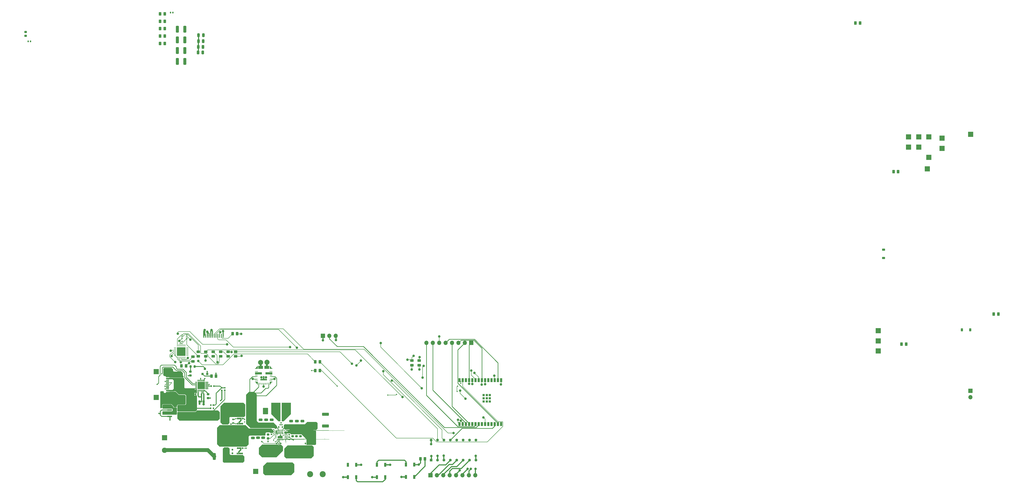
<source format=gtl>
%TF.GenerationSoftware,KiCad,Pcbnew,8.0.6*%
%TF.CreationDate,2025-02-07T02:37:33-05:00*%
%TF.ProjectId,SCAN,5343414e-2e6b-4696-9361-645f70636258,v1.0*%
%TF.SameCoordinates,Original*%
%TF.FileFunction,Copper,L1,Top*%
%TF.FilePolarity,Positive*%
%FSLAX46Y46*%
G04 Gerber Fmt 4.6, Leading zero omitted, Abs format (unit mm)*
G04 Created by KiCad (PCBNEW 8.0.6) date 2025-02-07 02:37:33*
%MOMM*%
%LPD*%
G01*
G04 APERTURE LIST*
G04 Aperture macros list*
%AMRoundRect*
0 Rectangle with rounded corners*
0 $1 Rounding radius*
0 $2 $3 $4 $5 $6 $7 $8 $9 X,Y pos of 4 corners*
0 Add a 4 corners polygon primitive as box body*
4,1,4,$2,$3,$4,$5,$6,$7,$8,$9,$2,$3,0*
0 Add four circle primitives for the rounded corners*
1,1,$1+$1,$2,$3*
1,1,$1+$1,$4,$5*
1,1,$1+$1,$6,$7*
1,1,$1+$1,$8,$9*
0 Add four rect primitives between the rounded corners*
20,1,$1+$1,$2,$3,$4,$5,0*
20,1,$1+$1,$4,$5,$6,$7,0*
20,1,$1+$1,$6,$7,$8,$9,0*
20,1,$1+$1,$8,$9,$2,$3,0*%
%AMFreePoly0*
4,1,17,1.371000,0.720000,0.950000,0.720000,0.950000,0.580000,1.370000,0.580000,1.370000,0.080000,0.950000,0.080000,0.950000,-0.080000,1.370000,-0.080000,1.370000,-0.580000,0.950000,-0.580000,0.950000,-0.720000,1.370000,-0.720000,1.370000,-1.225000,-0.950000,-1.225000,-0.950000,1.225000,1.371000,1.225000,1.371000,0.720000,1.371000,0.720000,$1*%
%AMFreePoly1*
4,1,192,0.606581,0.604743,0.608810,0.604000,0.610000,0.604000,0.611581,0.603743,0.613810,0.603000,0.615000,0.603000,0.616581,0.602743,0.619581,0.601743,0.620236,0.601472,0.621920,0.600630,0.624581,0.599743,0.626536,0.598536,0.627964,0.597108,0.629236,0.596472,0.630536,0.595536,0.631964,0.594108,0.633236,0.593472,0.634536,0.592536,0.642536,0.584536,0.643472,0.583236,
0.644108,0.581964,0.645536,0.580536,0.646472,0.579236,0.647108,0.577964,0.648536,0.576536,0.649743,0.574581,0.650630,0.571920,0.651472,0.570236,0.651743,0.569581,0.652743,0.566581,0.653000,0.565000,0.653000,0.563810,0.653743,0.561581,0.654000,0.560000,0.654000,0.558810,0.654743,0.556581,0.655000,0.555000,0.655000,-0.055000,0.654743,-0.056581,0.654000,-0.058810,
0.654000,-0.060000,0.653743,-0.061581,0.653000,-0.063810,0.653000,-0.065000,0.652743,-0.066581,0.651743,-0.069581,0.651472,-0.070236,0.650630,-0.071920,0.649743,-0.074581,0.648536,-0.076536,0.647108,-0.077964,0.646472,-0.079236,0.645536,-0.080536,0.644108,-0.081964,0.643472,-0.083236,0.642536,-0.084536,0.634536,-0.092536,0.633236,-0.093472,0.631964,-0.094108,0.630536,-0.095536,
0.629236,-0.096472,0.627964,-0.097108,0.626536,-0.098536,0.624581,-0.099743,0.621920,-0.100630,0.620236,-0.101472,0.619581,-0.101743,0.616581,-0.102743,0.615000,-0.103000,0.613810,-0.103000,0.611581,-0.103743,0.610000,-0.104000,0.608810,-0.104000,0.606581,-0.104743,0.605000,-0.105000,-0.255000,-0.105000,-0.256581,-0.104743,-0.258810,-0.104000,-0.260000,-0.104000,-0.261581,-0.103743,
-0.263810,-0.103000,-0.265000,-0.103000,-0.266581,-0.102743,-0.269581,-0.101743,-0.270236,-0.101472,-0.271920,-0.100630,-0.274581,-0.099743,-0.276536,-0.098536,-0.277964,-0.097108,-0.279236,-0.096472,-0.280536,-0.095536,-0.281964,-0.094108,-0.283236,-0.093472,-0.284536,-0.092536,-0.292536,-0.084536,-0.293472,-0.083236,-0.294108,-0.081964,-0.295536,-0.080536,-0.296472,-0.079236,-0.297108,-0.077964,
-0.298536,-0.076536,-0.299743,-0.074581,-0.300630,-0.071920,-0.301472,-0.070236,-0.301743,-0.069581,-0.302743,-0.066581,-0.303000,-0.065000,-0.303000,-0.063810,-0.303743,-0.061581,-0.304000,-0.060000,-0.304000,-0.058810,-0.304743,-0.056581,-0.305000,-0.055000,-0.305000,0.055000,-0.304743,0.056581,-0.304000,0.058810,-0.304000,0.060000,-0.303743,0.061581,-0.303000,0.063810,-0.303000,0.065000,
-0.302743,0.066581,-0.301743,0.069581,-0.301472,0.070236,-0.300630,0.071920,-0.299743,0.074581,-0.298536,0.076536,-0.297108,0.077964,-0.296472,0.079236,-0.295536,0.080536,-0.294108,0.081964,-0.293472,0.083236,-0.292536,0.084536,-0.284536,0.092536,-0.283236,0.093472,-0.281964,0.094108,-0.280536,0.095536,-0.279236,0.096472,-0.277964,0.097108,-0.276536,0.098536,-0.274581,0.099743,
-0.271920,0.100630,-0.270236,0.101472,-0.269581,0.101743,-0.266581,0.102743,-0.265000,0.103000,-0.263810,0.103000,-0.261581,0.103743,-0.260000,0.104000,-0.258810,0.104000,-0.256581,0.104743,-0.255000,0.105000,0.445000,0.105000,0.445000,0.555000,0.445257,0.556581,0.446000,0.558810,0.446000,0.560000,0.446257,0.561581,0.447000,0.563810,0.447000,0.565000,0.447257,0.566581,
0.448257,0.569581,0.448528,0.570236,0.449370,0.571920,0.450257,0.574581,0.451464,0.576536,0.452892,0.577964,0.453528,0.579236,0.454464,0.580536,0.455892,0.581964,0.456528,0.583236,0.457464,0.584536,0.465464,0.592536,0.466764,0.593472,0.468036,0.594108,0.469464,0.595536,0.470764,0.596472,0.472036,0.597108,0.473464,0.598536,0.475419,0.599743,0.478080,0.600630,
0.479764,0.601472,0.480419,0.601743,0.483419,0.602743,0.485000,0.603000,0.486190,0.603000,0.488419,0.603743,0.490000,0.604000,0.491190,0.604000,0.493419,0.604743,0.495000,0.605000,0.605000,0.605000,0.606581,0.604743,0.606581,0.604743,$1*%
%AMFreePoly2*
4,1,192,0.056581,0.354743,0.058810,0.354000,0.060000,0.354000,0.061581,0.353743,0.063810,0.353000,0.065000,0.353000,0.066581,0.352743,0.069581,0.351743,0.070236,0.351472,0.071920,0.350630,0.074581,0.349743,0.076536,0.348536,0.077964,0.347108,0.079236,0.346472,0.080536,0.345536,0.081964,0.344108,0.083236,0.343472,0.084536,0.342536,0.092536,0.334536,0.093472,0.333236,
0.094108,0.331964,0.095536,0.330536,0.096472,0.329236,0.097108,0.327964,0.098536,0.326536,0.099743,0.324581,0.100630,0.321920,0.101472,0.320236,0.101743,0.319581,0.102743,0.316581,0.103000,0.315000,0.103000,0.313810,0.103743,0.311581,0.104000,0.310000,0.104000,0.308810,0.104743,0.306581,0.105000,0.305000,0.105000,-0.305000,0.104743,-0.306581,0.104000,-0.308810,
0.104000,-0.310000,0.103743,-0.311581,0.103000,-0.313810,0.103000,-0.315000,0.102743,-0.316581,0.101743,-0.319581,0.101472,-0.320236,0.100630,-0.321920,0.099743,-0.324581,0.098536,-0.326536,0.097108,-0.327964,0.096472,-0.329236,0.095536,-0.330536,0.094108,-0.331964,0.093472,-0.333236,0.092536,-0.334536,0.084536,-0.342536,0.083236,-0.343472,0.081964,-0.344108,0.080536,-0.345536,
0.079236,-0.346472,0.077964,-0.347108,0.076536,-0.348536,0.074581,-0.349743,0.071920,-0.350630,0.070236,-0.351472,0.069581,-0.351743,0.066581,-0.352743,0.065000,-0.353000,0.063810,-0.353000,0.061581,-0.353743,0.060000,-0.354000,0.058810,-0.354000,0.056581,-0.354743,0.055000,-0.355000,-0.055000,-0.355000,-0.056581,-0.354743,-0.058810,-0.354000,-0.060000,-0.354000,-0.061581,-0.353743,
-0.063810,-0.353000,-0.065000,-0.353000,-0.066581,-0.352743,-0.069581,-0.351743,-0.070236,-0.351472,-0.071920,-0.350630,-0.074581,-0.349743,-0.076536,-0.348536,-0.077964,-0.347108,-0.079236,-0.346472,-0.080536,-0.345536,-0.081964,-0.344108,-0.083236,-0.343472,-0.084536,-0.342536,-0.092536,-0.334536,-0.093472,-0.333236,-0.094108,-0.331964,-0.095536,-0.330536,-0.096472,-0.329236,-0.097108,-0.327964,
-0.098536,-0.326536,-0.099743,-0.324581,-0.100630,-0.321920,-0.101472,-0.320236,-0.101743,-0.319581,-0.102743,-0.316581,-0.103000,-0.315000,-0.103000,-0.313810,-0.103743,-0.311581,-0.104000,-0.310000,-0.104000,-0.308810,-0.104743,-0.306581,-0.105000,-0.305000,-0.105000,0.145000,-0.755000,0.145000,-0.756581,0.145257,-0.758810,0.146000,-0.760000,0.146000,-0.761581,0.146257,-0.763810,0.147000,
-0.765000,0.147000,-0.766581,0.147257,-0.769581,0.148257,-0.770236,0.148528,-0.771920,0.149370,-0.774581,0.150257,-0.776536,0.151464,-0.777964,0.152892,-0.779236,0.153528,-0.780536,0.154464,-0.781964,0.155892,-0.783236,0.156528,-0.784536,0.157464,-0.792536,0.165464,-0.793472,0.166764,-0.794108,0.168036,-0.795536,0.169464,-0.796472,0.170764,-0.797108,0.172036,-0.798536,0.173464,
-0.799743,0.175419,-0.800630,0.178080,-0.801472,0.179764,-0.801743,0.180419,-0.802743,0.183419,-0.803000,0.185000,-0.803000,0.186190,-0.803743,0.188419,-0.804000,0.190000,-0.804000,0.191190,-0.804743,0.193419,-0.805000,0.195000,-0.805000,0.305000,-0.804743,0.306581,-0.804000,0.308810,-0.804000,0.310000,-0.803743,0.311581,-0.803000,0.313810,-0.803000,0.315000,-0.802743,0.316581,
-0.801743,0.319581,-0.801472,0.320236,-0.800630,0.321920,-0.799743,0.324581,-0.798536,0.326536,-0.797108,0.327964,-0.796472,0.329236,-0.795536,0.330536,-0.794108,0.331964,-0.793472,0.333236,-0.792536,0.334536,-0.784536,0.342536,-0.783236,0.343472,-0.781964,0.344108,-0.780536,0.345536,-0.779236,0.346472,-0.777964,0.347108,-0.776536,0.348536,-0.774581,0.349743,-0.771920,0.350630,
-0.770236,0.351472,-0.769581,0.351743,-0.766581,0.352743,-0.765000,0.353000,-0.763810,0.353000,-0.761581,0.353743,-0.760000,0.354000,-0.758810,0.354000,-0.756581,0.354743,-0.755000,0.355000,0.055000,0.355000,0.056581,0.354743,0.056581,0.354743,$1*%
%AMFreePoly3*
4,1,192,0.306581,0.104743,0.308810,0.104000,0.310000,0.104000,0.311581,0.103743,0.313810,0.103000,0.315000,0.103000,0.316581,0.102743,0.319581,0.101743,0.320236,0.101472,0.321920,0.100630,0.324581,0.099743,0.326536,0.098536,0.327964,0.097108,0.329236,0.096472,0.330536,0.095536,0.331964,0.094108,0.333236,0.093472,0.334536,0.092536,0.342536,0.084536,0.343472,0.083236,
0.344108,0.081964,0.345536,0.080536,0.346472,0.079236,0.347108,0.077964,0.348536,0.076536,0.349743,0.074581,0.350630,0.071920,0.351472,0.070236,0.351743,0.069581,0.352743,0.066581,0.353000,0.065000,0.353000,0.063810,0.353743,0.061581,0.354000,0.060000,0.354000,0.058810,0.354743,0.056581,0.355000,0.055000,0.355000,-0.055000,0.354743,-0.056581,0.354000,-0.058810,
0.354000,-0.060000,0.353743,-0.061581,0.353000,-0.063810,0.353000,-0.065000,0.352743,-0.066581,0.351743,-0.069581,0.351472,-0.070236,0.350630,-0.071920,0.349743,-0.074581,0.348536,-0.076536,0.347108,-0.077964,0.346472,-0.079236,0.345536,-0.080536,0.344108,-0.081964,0.343472,-0.083236,0.342536,-0.084536,0.334536,-0.092536,0.333236,-0.093472,0.331964,-0.094108,0.330536,-0.095536,
0.329236,-0.096472,0.327964,-0.097108,0.326536,-0.098536,0.324581,-0.099743,0.321920,-0.100630,0.320236,-0.101472,0.319581,-0.101743,0.316581,-0.102743,0.315000,-0.103000,0.313810,-0.103000,0.311581,-0.103743,0.310000,-0.104000,0.308810,-0.104000,0.306581,-0.104743,0.305000,-0.105000,-0.345000,-0.105000,-0.345000,-0.555000,-0.345257,-0.556581,-0.346000,-0.558810,-0.346000,-0.560000,
-0.346257,-0.561581,-0.347000,-0.563810,-0.347000,-0.565000,-0.347257,-0.566581,-0.348257,-0.569581,-0.348528,-0.570236,-0.349370,-0.571920,-0.350257,-0.574581,-0.351464,-0.576536,-0.352892,-0.577964,-0.353528,-0.579236,-0.354464,-0.580536,-0.355892,-0.581964,-0.356528,-0.583236,-0.357464,-0.584536,-0.365464,-0.592536,-0.366764,-0.593472,-0.368036,-0.594108,-0.369464,-0.595536,-0.370764,-0.596472,
-0.372036,-0.597108,-0.373464,-0.598536,-0.375419,-0.599743,-0.378080,-0.600630,-0.379764,-0.601472,-0.380419,-0.601743,-0.383419,-0.602743,-0.385000,-0.603000,-0.386190,-0.603000,-0.388419,-0.603743,-0.390000,-0.604000,-0.391190,-0.604000,-0.393419,-0.604743,-0.395000,-0.605000,-0.505000,-0.605000,-0.506581,-0.604743,-0.508810,-0.604000,-0.510000,-0.604000,-0.511581,-0.603743,-0.513810,-0.603000,
-0.515000,-0.603000,-0.516581,-0.602743,-0.519581,-0.601743,-0.520236,-0.601472,-0.521920,-0.600630,-0.524581,-0.599743,-0.526536,-0.598536,-0.527964,-0.597108,-0.529236,-0.596472,-0.530536,-0.595536,-0.531964,-0.594108,-0.533236,-0.593472,-0.534536,-0.592536,-0.542536,-0.584536,-0.543472,-0.583236,-0.544108,-0.581964,-0.545536,-0.580536,-0.546472,-0.579236,-0.547108,-0.577964,-0.548536,-0.576536,
-0.549743,-0.574581,-0.550630,-0.571920,-0.551472,-0.570236,-0.551743,-0.569581,-0.552743,-0.566581,-0.553000,-0.565000,-0.553000,-0.563810,-0.553743,-0.561581,-0.554000,-0.560000,-0.554000,-0.558810,-0.554743,-0.556581,-0.555000,-0.555000,-0.555000,0.055000,-0.554743,0.056581,-0.554000,0.058810,-0.554000,0.060000,-0.553743,0.061581,-0.553000,0.063810,-0.553000,0.065000,-0.552743,0.066581,
-0.551743,0.069581,-0.551472,0.070236,-0.550630,0.071920,-0.549743,0.074581,-0.548536,0.076536,-0.547108,0.077964,-0.546472,0.079236,-0.545536,0.080536,-0.544108,0.081964,-0.543472,0.083236,-0.542536,0.084536,-0.534536,0.092536,-0.533236,0.093472,-0.531964,0.094108,-0.530536,0.095536,-0.529236,0.096472,-0.527964,0.097108,-0.526536,0.098536,-0.524581,0.099743,-0.521920,0.100630,
-0.520236,0.101472,-0.519581,0.101743,-0.516581,0.102743,-0.515000,0.103000,-0.513810,0.103000,-0.511581,0.103743,-0.510000,0.104000,-0.508810,0.104000,-0.506581,0.104743,-0.505000,0.105000,0.305000,0.105000,0.306581,0.104743,0.306581,0.104743,$1*%
%AMFreePoly4*
4,1,192,-0.455919,0.604743,-0.453690,0.604000,-0.452500,0.604000,-0.450919,0.603743,-0.448690,0.603000,-0.447500,0.603000,-0.445919,0.602743,-0.442919,0.601743,-0.442264,0.601472,-0.440580,0.600630,-0.437919,0.599743,-0.435964,0.598536,-0.434536,0.597108,-0.433264,0.596472,-0.431964,0.595536,-0.430536,0.594108,-0.429264,0.593472,-0.427964,0.592536,-0.419964,0.584536,-0.419028,0.583236,
-0.418392,0.581964,-0.416964,0.580536,-0.416028,0.579236,-0.415392,0.577964,-0.413964,0.576536,-0.412757,0.574581,-0.411870,0.571920,-0.411028,0.570236,-0.410757,0.569581,-0.409757,0.566581,-0.409500,0.565000,-0.409500,0.563810,-0.408757,0.561581,-0.408500,0.560000,-0.408500,0.558810,-0.407757,0.556581,-0.407500,0.555000,-0.407500,0.105000,0.292500,0.105000,0.294081,0.104743,
0.296310,0.104000,0.297500,0.104000,0.299081,0.103743,0.301310,0.103000,0.302500,0.103000,0.304081,0.102743,0.307081,0.101743,0.307736,0.101472,0.309420,0.100630,0.312081,0.099743,0.314036,0.098536,0.315464,0.097108,0.316736,0.096472,0.318036,0.095536,0.319464,0.094108,0.320736,0.093472,0.322036,0.092536,0.330036,0.084536,0.330972,0.083236,0.331608,0.081964,
0.333036,0.080536,0.333972,0.079236,0.334608,0.077964,0.336036,0.076536,0.337243,0.074581,0.338130,0.071920,0.338972,0.070236,0.339243,0.069581,0.340243,0.066581,0.340500,0.065000,0.340500,0.063810,0.341243,0.061581,0.341500,0.060000,0.341500,0.058810,0.342243,0.056581,0.342500,0.055000,0.342500,-0.055000,0.342243,-0.056581,0.341500,-0.058810,0.341500,-0.060000,
0.341243,-0.061581,0.340500,-0.063810,0.340500,-0.065000,0.340243,-0.066581,0.339243,-0.069581,0.338972,-0.070236,0.338130,-0.071920,0.337243,-0.074581,0.336036,-0.076536,0.334608,-0.077964,0.333972,-0.079236,0.333036,-0.080536,0.331608,-0.081964,0.330972,-0.083236,0.330036,-0.084536,0.322036,-0.092536,0.320736,-0.093472,0.319464,-0.094108,0.318036,-0.095536,0.316736,-0.096472,
0.315464,-0.097108,0.314036,-0.098536,0.312081,-0.099743,0.309420,-0.100630,0.307736,-0.101472,0.307081,-0.101743,0.304081,-0.102743,0.302500,-0.103000,0.301310,-0.103000,0.299081,-0.103743,0.297500,-0.104000,0.296310,-0.104000,0.294081,-0.104743,0.292500,-0.105000,-0.567500,-0.105000,-0.569081,-0.104743,-0.571310,-0.104000,-0.572500,-0.104000,-0.574081,-0.103743,-0.576310,-0.103000,
-0.577500,-0.103000,-0.579081,-0.102743,-0.582081,-0.101743,-0.582736,-0.101472,-0.584420,-0.100630,-0.587081,-0.099743,-0.589036,-0.098536,-0.590464,-0.097108,-0.591736,-0.096472,-0.593036,-0.095536,-0.594464,-0.094108,-0.595736,-0.093472,-0.597036,-0.092536,-0.605036,-0.084536,-0.605972,-0.083236,-0.606608,-0.081964,-0.608036,-0.080536,-0.608972,-0.079236,-0.609608,-0.077964,-0.611036,-0.076536,
-0.612243,-0.074581,-0.613130,-0.071920,-0.613972,-0.070236,-0.614243,-0.069581,-0.615243,-0.066581,-0.615500,-0.065000,-0.615500,-0.063810,-0.616243,-0.061581,-0.616500,-0.060000,-0.616500,-0.058810,-0.617243,-0.056581,-0.617500,-0.055000,-0.617500,0.555000,-0.617243,0.556581,-0.616500,0.558810,-0.616500,0.560000,-0.616243,0.561581,-0.615500,0.563810,-0.615500,0.565000,-0.615243,0.566581,
-0.614243,0.569581,-0.613972,0.570236,-0.613130,0.571920,-0.612243,0.574581,-0.611036,0.576536,-0.609608,0.577964,-0.608972,0.579236,-0.608036,0.580536,-0.606608,0.581964,-0.605972,0.583236,-0.605036,0.584536,-0.597036,0.592536,-0.595736,0.593472,-0.594464,0.594108,-0.593036,0.595536,-0.591736,0.596472,-0.590464,0.597108,-0.589036,0.598536,-0.587081,0.599743,-0.584420,0.600630,
-0.582736,0.601472,-0.582081,0.601743,-0.579081,0.602743,-0.577500,0.603000,-0.576310,0.603000,-0.574081,0.603743,-0.572500,0.604000,-0.571310,0.604000,-0.569081,0.604743,-0.567500,0.605000,-0.457500,0.605000,-0.455919,0.604743,-0.455919,0.604743,$1*%
G04 Aperture macros list end*
%TA.AperFunction,EtchedComponent*%
%ADD10C,0.000000*%
%TD*%
%TA.AperFunction,SMDPad,CuDef*%
%ADD11RoundRect,0.250000X-0.325000X-1.100000X0.325000X-1.100000X0.325000X1.100000X-0.325000X1.100000X0*%
%TD*%
%TA.AperFunction,SMDPad,CuDef*%
%ADD12R,2.000000X2.000000*%
%TD*%
%TA.AperFunction,SMDPad,CuDef*%
%ADD13RoundRect,0.135000X0.185000X-0.135000X0.185000X0.135000X-0.185000X0.135000X-0.185000X-0.135000X0*%
%TD*%
%TA.AperFunction,SMDPad,CuDef*%
%ADD14RoundRect,0.090000X-0.360000X0.660000X-0.360000X-0.660000X0.360000X-0.660000X0.360000X0.660000X0*%
%TD*%
%TA.AperFunction,SMDPad,CuDef*%
%ADD15RoundRect,0.250000X0.262500X0.450000X-0.262500X0.450000X-0.262500X-0.450000X0.262500X-0.450000X0*%
%TD*%
%TA.AperFunction,SMDPad,CuDef*%
%ADD16RoundRect,0.250000X-0.475000X0.250000X-0.475000X-0.250000X0.475000X-0.250000X0.475000X0.250000X0*%
%TD*%
%TA.AperFunction,SMDPad,CuDef*%
%ADD17RoundRect,0.140000X-0.170000X0.140000X-0.170000X-0.140000X0.170000X-0.140000X0.170000X0.140000X0*%
%TD*%
%TA.AperFunction,SMDPad,CuDef*%
%ADD18RoundRect,0.140000X0.170000X-0.140000X0.170000X0.140000X-0.170000X0.140000X-0.170000X-0.140000X0*%
%TD*%
%TA.AperFunction,SMDPad,CuDef*%
%ADD19RoundRect,0.140000X0.140000X0.170000X-0.140000X0.170000X-0.140000X-0.170000X0.140000X-0.170000X0*%
%TD*%
%TA.AperFunction,SMDPad,CuDef*%
%ADD20RoundRect,0.250000X-0.262500X-0.450000X0.262500X-0.450000X0.262500X0.450000X-0.262500X0.450000X0*%
%TD*%
%TA.AperFunction,ComponentPad*%
%ADD21R,1.700000X1.700000*%
%TD*%
%TA.AperFunction,ComponentPad*%
%ADD22O,1.700000X1.700000*%
%TD*%
%TA.AperFunction,SMDPad,CuDef*%
%ADD23R,1.981200X0.558800*%
%TD*%
%TA.AperFunction,SMDPad,CuDef*%
%ADD24RoundRect,0.135000X-0.135000X-0.185000X0.135000X-0.185000X0.135000X0.185000X-0.135000X0.185000X0*%
%TD*%
%TA.AperFunction,SMDPad,CuDef*%
%ADD25RoundRect,0.125000X-0.125000X0.190000X-0.125000X-0.190000X0.125000X-0.190000X0.125000X0.190000X0*%
%TD*%
%TA.AperFunction,SMDPad,CuDef*%
%ADD26FreePoly0,270.000000*%
%TD*%
%TA.AperFunction,SMDPad,CuDef*%
%ADD27RoundRect,0.225000X-0.250000X0.225000X-0.250000X-0.225000X0.250000X-0.225000X0.250000X0.225000X0*%
%TD*%
%TA.AperFunction,SMDPad,CuDef*%
%ADD28RoundRect,0.125000X0.125000X-0.190000X0.125000X0.190000X-0.125000X0.190000X-0.125000X-0.190000X0*%
%TD*%
%TA.AperFunction,SMDPad,CuDef*%
%ADD29FreePoly0,90.000000*%
%TD*%
%TA.AperFunction,SMDPad,CuDef*%
%ADD30RoundRect,0.135000X0.135000X0.185000X-0.135000X0.185000X-0.135000X-0.185000X0.135000X-0.185000X0*%
%TD*%
%TA.AperFunction,SMDPad,CuDef*%
%ADD31RoundRect,0.225000X0.250000X-0.225000X0.250000X0.225000X-0.250000X0.225000X-0.250000X-0.225000X0*%
%TD*%
%TA.AperFunction,SMDPad,CuDef*%
%ADD32RoundRect,0.250000X-0.362500X-1.075000X0.362500X-1.075000X0.362500X1.075000X-0.362500X1.075000X0*%
%TD*%
%TA.AperFunction,SMDPad,CuDef*%
%ADD33R,0.750000X0.300000*%
%TD*%
%TA.AperFunction,SMDPad,CuDef*%
%ADD34R,0.300000X0.750000*%
%TD*%
%TA.AperFunction,SMDPad,CuDef*%
%ADD35R,2.850000X2.850000*%
%TD*%
%TA.AperFunction,SMDPad,CuDef*%
%ADD36RoundRect,0.250000X0.450000X-0.262500X0.450000X0.262500X-0.450000X0.262500X-0.450000X-0.262500X0*%
%TD*%
%TA.AperFunction,SMDPad,CuDef*%
%ADD37RoundRect,0.250000X-0.250000X-0.475000X0.250000X-0.475000X0.250000X0.475000X-0.250000X0.475000X0*%
%TD*%
%TA.AperFunction,SMDPad,CuDef*%
%ADD38RoundRect,0.090000X0.360000X-0.660000X0.360000X0.660000X-0.360000X0.660000X-0.360000X-0.660000X0*%
%TD*%
%TA.AperFunction,SMDPad,CuDef*%
%ADD39R,0.889000X1.498600*%
%TD*%
%TA.AperFunction,SMDPad,CuDef*%
%ADD40R,0.812800X0.812800*%
%TD*%
%TA.AperFunction,SMDPad,CuDef*%
%ADD41RoundRect,0.250000X0.475000X-0.250000X0.475000X0.250000X-0.475000X0.250000X-0.475000X-0.250000X0*%
%TD*%
%TA.AperFunction,SMDPad,CuDef*%
%ADD42R,0.350000X1.600000*%
%TD*%
%TA.AperFunction,SMDPad,CuDef*%
%ADD43RoundRect,0.140000X-0.140000X-0.170000X0.140000X-0.170000X0.140000X0.170000X-0.140000X0.170000X0*%
%TD*%
%TA.AperFunction,SMDPad,CuDef*%
%ADD44RoundRect,0.225000X-0.225000X-0.375000X0.225000X-0.375000X0.225000X0.375000X-0.225000X0.375000X0*%
%TD*%
%TA.AperFunction,SMDPad,CuDef*%
%ADD45RoundRect,0.250000X1.075000X-0.362500X1.075000X0.362500X-1.075000X0.362500X-1.075000X-0.362500X0*%
%TD*%
%TA.AperFunction,SMDPad,CuDef*%
%ADD46C,0.565313*%
%TD*%
%TA.AperFunction,SMDPad,CuDef*%
%ADD47R,0.249999X0.800001*%
%TD*%
%TA.AperFunction,SMDPad,CuDef*%
%ADD48R,0.249999X0.700001*%
%TD*%
%TA.AperFunction,SMDPad,CuDef*%
%ADD49R,1.200000X0.249999*%
%TD*%
%TA.AperFunction,SMDPad,CuDef*%
%ADD50R,1.000000X0.249999*%
%TD*%
%TA.AperFunction,SMDPad,CuDef*%
%ADD51R,2.799999X0.850001*%
%TD*%
%TA.AperFunction,SMDPad,CuDef*%
%ADD52R,1.849999X1.275001*%
%TD*%
%TA.AperFunction,SMDPad,CuDef*%
%ADD53C,0.643679*%
%TD*%
%TA.AperFunction,SMDPad,CuDef*%
%ADD54RoundRect,0.225000X0.225000X0.250000X-0.225000X0.250000X-0.225000X-0.250000X0.225000X-0.250000X0*%
%TD*%
%TA.AperFunction,ComponentPad*%
%ADD55R,2.100000X2.100000*%
%TD*%
%TA.AperFunction,ComponentPad*%
%ADD56C,2.100000*%
%TD*%
%TA.AperFunction,ComponentPad*%
%ADD57R,1.130000X1.130000*%
%TD*%
%TA.AperFunction,ComponentPad*%
%ADD58C,1.130000*%
%TD*%
%TA.AperFunction,SMDPad,CuDef*%
%ADD59RoundRect,0.250000X-1.075000X0.362500X-1.075000X-0.362500X1.075000X-0.362500X1.075000X0.362500X0*%
%TD*%
%TA.AperFunction,ComponentPad*%
%ADD60C,2.400000*%
%TD*%
%TA.AperFunction,SMDPad,CuDef*%
%ADD61RoundRect,0.250000X-0.787500X-1.025000X0.787500X-1.025000X0.787500X1.025000X-0.787500X1.025000X0*%
%TD*%
%TA.AperFunction,SMDPad,CuDef*%
%ADD62R,0.812800X0.889000*%
%TD*%
%TA.AperFunction,SMDPad,CuDef*%
%ADD63R,1.850000X3.400000*%
%TD*%
%TA.AperFunction,SMDPad,CuDef*%
%ADD64R,0.304800X0.228600*%
%TD*%
%TA.AperFunction,SMDPad,CuDef*%
%ADD65R,2.006600X2.159000*%
%TD*%
%TA.AperFunction,SMDPad,CuDef*%
%ADD66R,1.143000X0.609600*%
%TD*%
%TA.AperFunction,SMDPad,CuDef*%
%ADD67R,1.143000X0.304800*%
%TD*%
%TA.AperFunction,SMDPad,CuDef*%
%ADD68FreePoly1,0.000000*%
%TD*%
%TA.AperFunction,SMDPad,CuDef*%
%ADD69RoundRect,0.050000X-0.250000X-0.050000X0.250000X-0.050000X0.250000X0.050000X-0.250000X0.050000X0*%
%TD*%
%TA.AperFunction,SMDPad,CuDef*%
%ADD70FreePoly2,0.000000*%
%TD*%
%TA.AperFunction,SMDPad,CuDef*%
%ADD71RoundRect,0.050000X-0.050000X-0.250000X0.050000X-0.250000X0.050000X0.250000X-0.050000X0.250000X0*%
%TD*%
%TA.AperFunction,SMDPad,CuDef*%
%ADD72FreePoly3,0.000000*%
%TD*%
%TA.AperFunction,SMDPad,CuDef*%
%ADD73RoundRect,0.050000X-0.300000X-0.050000X0.300000X-0.050000X0.300000X0.050000X-0.300000X0.050000X0*%
%TD*%
%TA.AperFunction,SMDPad,CuDef*%
%ADD74RoundRect,0.050000X-0.275000X-0.050000X0.275000X-0.050000X0.275000X0.050000X-0.275000X0.050000X0*%
%TD*%
%TA.AperFunction,SMDPad,CuDef*%
%ADD75RoundRect,0.050000X-0.290000X-0.050000X0.290000X-0.050000X0.290000X0.050000X-0.290000X0.050000X0*%
%TD*%
%TA.AperFunction,SMDPad,CuDef*%
%ADD76FreePoly4,0.000000*%
%TD*%
%TA.AperFunction,SMDPad,CuDef*%
%ADD77RoundRect,0.050000X-0.050000X-0.450000X0.050000X-0.450000X0.050000X0.450000X-0.050000X0.450000X0*%
%TD*%
%TA.AperFunction,SMDPad,CuDef*%
%ADD78RoundRect,0.050000X-0.050000X-0.425000X0.050000X-0.425000X0.050000X0.425000X-0.050000X0.425000X0*%
%TD*%
%TA.AperFunction,SMDPad,CuDef*%
%ADD79RoundRect,0.150000X-0.200000X0.150000X-0.200000X-0.150000X0.200000X-0.150000X0.200000X0.150000X0*%
%TD*%
%TA.AperFunction,SMDPad,CuDef*%
%ADD80RoundRect,0.062500X-0.337500X-0.062500X0.337500X-0.062500X0.337500X0.062500X-0.337500X0.062500X0*%
%TD*%
%TA.AperFunction,SMDPad,CuDef*%
%ADD81RoundRect,0.062500X-0.062500X-0.337500X0.062500X-0.337500X0.062500X0.337500X-0.062500X0.337500X0*%
%TD*%
%TA.AperFunction,HeatsinkPad*%
%ADD82R,3.350000X3.350000*%
%TD*%
%TA.AperFunction,SMDPad,CuDef*%
%ADD83RoundRect,0.250000X-1.100000X0.325000X-1.100000X-0.325000X1.100000X-0.325000X1.100000X0.325000X0*%
%TD*%
%TA.AperFunction,SMDPad,CuDef*%
%ADD84RoundRect,0.225000X0.375000X-0.225000X0.375000X0.225000X-0.375000X0.225000X-0.375000X-0.225000X0*%
%TD*%
%TA.AperFunction,SMDPad,CuDef*%
%ADD85RoundRect,0.200000X-0.200000X-0.275000X0.200000X-0.275000X0.200000X0.275000X-0.200000X0.275000X0*%
%TD*%
%TA.AperFunction,SMDPad,CuDef*%
%ADD86RoundRect,0.218750X-0.256250X0.218750X-0.256250X-0.218750X0.256250X-0.218750X0.256250X0.218750X0*%
%TD*%
%TA.AperFunction,SMDPad,CuDef*%
%ADD87RoundRect,0.100000X-0.225000X-0.100000X0.225000X-0.100000X0.225000X0.100000X-0.225000X0.100000X0*%
%TD*%
%TA.AperFunction,SMDPad,CuDef*%
%ADD88RoundRect,0.250000X-0.450000X0.262500X-0.450000X-0.262500X0.450000X-0.262500X0.450000X0.262500X0*%
%TD*%
%TA.AperFunction,SMDPad,CuDef*%
%ADD89RoundRect,0.093750X-0.106250X0.093750X-0.106250X-0.093750X0.106250X-0.093750X0.106250X0.093750X0*%
%TD*%
%TA.AperFunction,HeatsinkPad*%
%ADD90R,1.600000X1.000000*%
%TD*%
%TA.AperFunction,ViaPad*%
%ADD91C,0.600000*%
%TD*%
%TA.AperFunction,ViaPad*%
%ADD92C,1.000000*%
%TD*%
%TA.AperFunction,ViaPad*%
%ADD93C,0.500000*%
%TD*%
%TA.AperFunction,ViaPad*%
%ADD94C,0.800000*%
%TD*%
%TA.AperFunction,ViaPad*%
%ADD95C,0.400000*%
%TD*%
%TA.AperFunction,ViaPad*%
%ADD96C,2.000000*%
%TD*%
%TA.AperFunction,Conductor*%
%ADD97C,0.400000*%
%TD*%
%TA.AperFunction,Conductor*%
%ADD98C,0.250000*%
%TD*%
%TA.AperFunction,Conductor*%
%ADD99C,0.300000*%
%TD*%
%TA.AperFunction,Conductor*%
%ADD100C,0.500000*%
%TD*%
%TA.AperFunction,Conductor*%
%ADD101C,0.200000*%
%TD*%
%TA.AperFunction,Conductor*%
%ADD102C,1.500000*%
%TD*%
%TA.AperFunction,Conductor*%
%ADD103C,0.800000*%
%TD*%
%TA.AperFunction,Conductor*%
%ADD104C,0.600000*%
%TD*%
G04 APERTURE END LIST*
D10*
%TA.AperFunction,EtchedComponent*%
%TO.C,U9*%
G36*
X99424998Y-83550000D02*
G01*
X99425001Y-84625001D01*
X99374998Y-84674999D01*
X98399999Y-84675001D01*
X98349999Y-84625001D01*
X98349999Y-84474999D01*
X98399999Y-84424999D01*
X98675002Y-84425002D01*
X98775000Y-84324999D01*
X98775000Y-83975000D01*
X98825000Y-83925000D01*
X99075002Y-83925003D01*
X99174999Y-83825000D01*
X99174999Y-83550000D01*
X99225001Y-83500000D01*
X99375001Y-83500000D01*
X99424998Y-83550000D01*
G37*
%TD.AperFunction*%
%TA.AperFunction,EtchedComponent*%
G36*
X99425001Y-89774999D02*
G01*
X99424998Y-90850000D01*
X99375001Y-90900000D01*
X99225001Y-90900000D01*
X99174999Y-90850000D01*
X99174999Y-90575000D01*
X99074999Y-90475000D01*
X98825000Y-90475000D01*
X98775000Y-90425000D01*
X98775000Y-90075001D01*
X98675000Y-89975001D01*
X98399999Y-89975001D01*
X98349999Y-89925001D01*
X98349999Y-89774999D01*
X98399999Y-89724999D01*
X99375001Y-89724999D01*
X99425001Y-89774999D01*
G37*
%TD.AperFunction*%
%TA.AperFunction,EtchedComponent*%
G36*
X102099999Y-87549999D02*
G01*
X102099999Y-88600000D01*
X102149999Y-88650000D01*
X103050000Y-88650000D01*
X103100000Y-88700000D01*
X103100000Y-89199999D01*
X103050000Y-89249998D01*
X100550000Y-89249998D01*
X100500000Y-89200001D01*
X100500000Y-88700000D01*
X100550000Y-88650000D01*
X101450001Y-88650000D01*
X101500001Y-88600000D01*
X101500001Y-87549999D01*
X101550000Y-87499999D01*
X102050000Y-87499999D01*
X102099999Y-87549999D01*
G37*
%TD.AperFunction*%
%TA.AperFunction,EtchedComponent*%
G36*
X104425001Y-83550000D02*
G01*
X104425001Y-83825000D01*
X104524998Y-83925000D01*
X104775000Y-83925000D01*
X104825000Y-83975000D01*
X104825000Y-84324999D01*
X104924998Y-84425002D01*
X105200001Y-84424999D01*
X105250001Y-84474999D01*
X105250001Y-84625001D01*
X105200001Y-84675001D01*
X104225002Y-84674999D01*
X104174999Y-84625001D01*
X104175002Y-83550000D01*
X104224999Y-83500000D01*
X104375001Y-83500000D01*
X104425001Y-83550000D01*
G37*
%TD.AperFunction*%
%TA.AperFunction,EtchedComponent*%
G36*
X105250001Y-89774999D02*
G01*
X105250001Y-89925001D01*
X105200001Y-89975001D01*
X104925000Y-89974998D01*
X104825000Y-90075001D01*
X104825000Y-90425000D01*
X104775000Y-90475000D01*
X104525001Y-90475000D01*
X104425001Y-90575000D01*
X104425001Y-90850000D01*
X104375001Y-90900000D01*
X104224999Y-90900000D01*
X104175002Y-90850000D01*
X104174999Y-89774999D01*
X104225002Y-89725001D01*
X105200001Y-89724999D01*
X105250001Y-89774999D01*
G37*
%TD.AperFunction*%
%TD*%
D11*
%TO.P,C59,1*%
%TO.N,3.3V_SYS*%
X67535000Y41715000D03*
%TO.P,C59,2*%
%TO.N,AGND*%
X70485000Y41715000D03*
%TD*%
D12*
%TO.P,TP14,1,1*%
%TO.N,1.8V_VCCD*%
X345577500Y-77570000D03*
%TD*%
D13*
%TO.P,R50,1*%
%TO.N,/USB Power Delivery/FET_GATE*%
X85120000Y-93170000D03*
%TO.P,R50,2*%
%TO.N,Net-(C50-Pad2)*%
X85120000Y-92150000D03*
%TD*%
D14*
%TO.P,D5,1,VDD*%
%TO.N,5V_SYS*%
X161510000Y-122647500D03*
%TO.P,D5,2,DOUT*%
%TO.N,/Display & RGB/RGB_12*%
X158210000Y-122647500D03*
%TO.P,D5,3,VSS*%
%TO.N,AGND*%
X158210000Y-127547500D03*
%TO.P,D5,4,DIN*%
%TO.N,/Display & RGB/RGB_1*%
X161510000Y-127547500D03*
%TD*%
D15*
%TO.P,R60,1*%
%TO.N,Net-(U8-~{SUSPEND})*%
X70992500Y-83480000D03*
%TO.P,R60,2*%
%TO.N,AGND*%
X69167500Y-83480000D03*
%TD*%
D12*
%TO.P,TP4,1,1*%
%TO.N,/Power Management/VAC2*%
X361642500Y3375000D03*
%TD*%
D16*
%TO.P,C8,1*%
%TO.N,/Power Management/VBUS*%
X97515556Y-110150000D03*
%TO.P,C8,2*%
%TO.N,PGND*%
X97515556Y-112050000D03*
%TD*%
D17*
%TO.P,C23,1*%
%TO.N,/Power Management/BAT*%
X111910000Y-109830000D03*
%TO.P,C23,2*%
%TO.N,PGND*%
X111910000Y-110790000D03*
%TD*%
D12*
%TO.P,TP11,1,1*%
%TO.N,/Power Management/BAT_IN*%
X365692500Y-675000D03*
%TD*%
D18*
%TO.P,C51,1*%
%TO.N,/VDC*%
X86370000Y-93130000D03*
%TO.P,C51,2*%
%TO.N,Net-(C50-Pad2)*%
X86370000Y-92170000D03*
%TD*%
D19*
%TO.P,C22,1*%
%TO.N,/Power Management/SYS*%
X110180001Y-107799999D03*
%TO.P,C22,2*%
%TO.N,PGND*%
X109220001Y-107799999D03*
%TD*%
D20*
%TO.P,R3,1*%
%TO.N,3.3V_SYS*%
X354825000Y-74820000D03*
%TO.P,R3,2*%
%TO.N,/CHIP_PU*%
X356650000Y-74820000D03*
%TD*%
D12*
%TO.P,TP12,1,1*%
%TO.N,/USB Power Delivery/VBUS_MIN*%
X370902500Y6955000D03*
%TD*%
D21*
%TO.P,BZ1,1,-*%
%TO.N,/BUZZER_PWM*%
X382202500Y-93395000D03*
D22*
%TO.P,BZ1,2,+*%
%TO.N,GND*%
X382202500Y-95935000D03*
%TD*%
D23*
%TO.P,Q8,1*%
%TO.N,/USB Power Delivery/FET_SRC*%
X64536200Y-99685000D03*
%TO.P,Q8,2*%
%TO.N,/USB Power Delivery/FET_GATE*%
X64536200Y-100955000D03*
%TO.P,Q8,3*%
%TO.N,/USB Power Delivery/FET_SRC*%
X64536200Y-102225000D03*
%TO.P,Q8,4*%
%TO.N,/USB Power Delivery/FET_GATE*%
X64536200Y-103495000D03*
%TO.P,Q8,5*%
%TO.N,/VDC*%
X69463800Y-103495000D03*
%TO.P,Q8,6*%
X69463800Y-102225000D03*
%TO.P,Q8,7*%
%TO.N,/USB_VBUS*%
X69463800Y-100955000D03*
%TO.P,Q8,8*%
X69463800Y-99685000D03*
%TD*%
D24*
%TO.P,R49,1*%
%TO.N,/USB_VBUS*%
X80790000Y-100300000D03*
%TO.P,R49,2*%
%TO.N,Net-(C50-Pad2)*%
X81810000Y-100300000D03*
%TD*%
D25*
%TO.P,Q3,1,S*%
%TO.N,Net-(D12-A)*%
X93267500Y-118230000D03*
%TO.P,Q3,2,S*%
X92627500Y-118230000D03*
%TO.P,Q3,3,S*%
X91967500Y-118230000D03*
%TO.P,Q3,4,G*%
%TO.N,Net-(D12-K)*%
X91327500Y-118230000D03*
D26*
%TO.P,Q3,5,D*%
%TO.N,/Power Management/VAC2*%
X92297500Y-120055000D03*
%TD*%
D20*
%TO.P,R11,1*%
%TO.N,Net-(U9-SS_FB2)*%
X60720000Y47485000D03*
%TO.P,R11,2*%
%TO.N,AGND*%
X62545000Y47485000D03*
%TD*%
D27*
%TO.P,C46,1*%
%TO.N,1.8V_VCCD*%
X79700000Y-94730000D03*
%TO.P,C46,2*%
%TO.N,PGND*%
X79700000Y-96280000D03*
%TD*%
D28*
%TO.P,Q2,1,S*%
%TO.N,Net-(D11-A)*%
X91490000Y-104365000D03*
%TO.P,Q2,2,S*%
X92130000Y-104365000D03*
%TO.P,Q2,3,S*%
X92790000Y-104365000D03*
%TO.P,Q2,4,G*%
%TO.N,Net-(D11-K)*%
X93430000Y-104365000D03*
D29*
%TO.P,Q2,5,D*%
%TO.N,/Power Management/VAC1*%
X92460000Y-102540000D03*
%TD*%
D30*
%TO.P,R51,1*%
%TO.N,Net-(C50-Pad2)*%
X82010000Y-91520000D03*
%TO.P,R51,2*%
%TO.N,Net-(U6-VBUS_FET_EN)*%
X80990000Y-91520000D03*
%TD*%
D31*
%TO.P,C18,1*%
%TO.N,/Power Management/REGN*%
X103550000Y-112270000D03*
%TO.P,C18,2*%
%TO.N,PGND*%
X103550000Y-110720000D03*
%TD*%
D20*
%TO.P,R62,1*%
%TO.N,/USB-to-UART Bridge/RXD*%
X122267500Y-85340000D03*
%TO.P,R62,2*%
%TO.N,/UART_RXD*%
X124092500Y-85340000D03*
%TD*%
D12*
%TO.P,TP9,1,1*%
%TO.N,/CHGR_VOUT*%
X382242500Y8515000D03*
%TD*%
D16*
%TO.P,C10,1*%
%TO.N,/Power Management/VBUS*%
X101590000Y-110130000D03*
%TO.P,C10,2*%
%TO.N,PGND*%
X101590000Y-112030000D03*
%TD*%
D32*
%TO.P,R16,1*%
%TO.N,/Power Management/PV_IN*%
X82187500Y-119420000D03*
%TO.P,R16,2*%
%TO.N,/Power Management/VAC2*%
X86812500Y-119420000D03*
%TD*%
D33*
%TO.P,U6,1,VBUS_MIN*%
%TO.N,/USB Power Delivery/VBUS_MIN*%
X79000000Y-92520000D03*
%TO.P,U6,2,VBUS_MAX*%
%TO.N,/USB Power Delivery/VBUS_MAX*%
X79000000Y-92020000D03*
%TO.P,U6,3,VBUS_FET_EN*%
%TO.N,Net-(U6-VBUS_FET_EN)*%
X79000000Y-91520000D03*
%TO.P,U6,4,SAFE_PWR_EN*%
%TO.N,Net-(U6-SAFE_PWR_EN)*%
X79000000Y-91020000D03*
%TO.P,U6,5,ISNK_COARSE*%
%TO.N,/USB Power Delivery/ISNK_CRS*%
X79000000Y-90520000D03*
%TO.P,U6,6,ISNK_FINE*%
%TO.N,/USB Power Delivery/ISNK_FIN*%
X79000000Y-90020000D03*
D34*
%TO.P,U6,7,HPI_INT*%
%TO.N,/PD_INT*%
X78250000Y-89270000D03*
%TO.P,U6,8,GPIO_1*%
%TO.N,/PD_GPIO*%
X77750000Y-89270000D03*
%TO.P,U6,9,FAULT*%
%TO.N,/USB Power Delivery/PD_FAULT*%
X77250000Y-89270000D03*
%TO.P,U6,10,FLIP*%
%TO.N,/USB Power Delivery/PD_FLIP*%
X76750000Y-89270000D03*
%TO.P,U6,11,VDC_OUT*%
%TO.N,/VDC*%
X76250000Y-89270000D03*
%TO.P,U6,12,HPI_SDA*%
%TO.N,/I2C_SDA*%
X75750000Y-89270000D03*
D33*
%TO.P,U6,13,HPI_SCL*%
%TO.N,/I2C_SCL*%
X75000000Y-90020000D03*
%TO.P,U6,14,CC2*%
%TO.N,/USB_CC2*%
X75000000Y-90520000D03*
%TO.P,U6,15,CC1*%
%TO.N,/USB_CC1*%
X75000000Y-91020000D03*
%TO.P,U6,16,D-*%
%TO.N,unconnected-(U6-D--Pad16)*%
X75000000Y-91520000D03*
%TO.P,U6,17,D+*%
%TO.N,unconnected-(U6-D+-Pad17)*%
X75000000Y-92020000D03*
%TO.P,U6,18,VBUS_IN*%
%TO.N,/USB_VBUS*%
X75000000Y-92520000D03*
D34*
%TO.P,U6,19,GND_1*%
%TO.N,PGND*%
X75750000Y-93270000D03*
%TO.P,U6,20,DNU1*%
%TO.N,unconnected-(U6-DNU1-Pad20)*%
X76250000Y-93270000D03*
%TO.P,U6,21,DNU2*%
%TO.N,unconnected-(U6-DNU2-Pad21)*%
X76750000Y-93270000D03*
%TO.P,U6,22,GND_2*%
%TO.N,PGND*%
X77250000Y-93270000D03*
%TO.P,U6,23,VDDD*%
%TO.N,3.3V_VDDD*%
X77750000Y-93270000D03*
%TO.P,U6,24,VCCD*%
%TO.N,1.8V_VCCD*%
X78250000Y-93270000D03*
D35*
%TO.P,U6,25,GND_3*%
%TO.N,PGND*%
X77000000Y-91270000D03*
%TD*%
D36*
%TO.P,R2,1*%
%TO.N,3.3V_SYS*%
X163510000Y-83192500D03*
%TO.P,R2,2*%
%TO.N,/I2C_SCL*%
X163510000Y-81367500D03*
%TD*%
D20*
%TO.P,R57,1*%
%TO.N,/USB Power Delivery/PD_FAULT*%
X81057500Y-87550000D03*
%TO.P,R57,2*%
%TO.N,PGND*%
X82882500Y-87550000D03*
%TD*%
%TO.P,R6,1*%
%TO.N,3.3V_SYS*%
X391417500Y-62865000D03*
%TO.P,R6,2*%
%TO.N,/KEYPAD_INT*%
X393242500Y-62865000D03*
%TD*%
D17*
%TO.P,C17,1*%
%TO.N,/Power Management/ACDRV2*%
X106910000Y-114310000D03*
%TO.P,C17,2*%
%TO.N,AGND*%
X106910000Y-115270000D03*
%TD*%
D12*
%TO.P,TP1,1,1*%
%TO.N,/VDC*%
X357592500Y7425000D03*
%TD*%
D37*
%TO.P,C55,1*%
%TO.N,/Power Management/PMID*%
X75805000Y43205000D03*
%TO.P,C55,2*%
%TO.N,PGND*%
X77705000Y43205000D03*
%TD*%
D38*
%TO.P,D6,1,VDD*%
%TO.N,5V_SYS*%
X146710000Y-127670000D03*
%TO.P,D6,2,DOUT*%
%TO.N,/Display & RGB/RGB_23*%
X150010000Y-127670000D03*
%TO.P,D6,3,VSS*%
%TO.N,AGND*%
X150010000Y-122770000D03*
%TO.P,D6,4,DIN*%
%TO.N,/Display & RGB/RGB_12*%
X146710000Y-122770000D03*
%TD*%
D39*
%TO.P,U1,1,GND*%
%TO.N,AGND*%
X195990000Y-89100000D03*
%TO.P,U1,2,3V3*%
%TO.N,3.3V_SYS*%
X194720000Y-89100000D03*
%TO.P,U1,3,EN*%
%TO.N,/CHIP_PU*%
X193450000Y-89100000D03*
%TO.P,U1,4,GPIO4*%
%TO.N,/PD_GPIO*%
X192180000Y-89100000D03*
%TO.P,U1,5,GPIO5*%
%TO.N,/PD_INT*%
X190910000Y-89100000D03*
%TO.P,U1,6,GPIO6*%
%TO.N,AGND*%
X189640000Y-89100000D03*
%TO.P,U1,7,GPIO7*%
%TO.N,/SPI_MOSI*%
X188370000Y-89100000D03*
%TO.P,U1,8,GPIO0*%
%TO.N,/I2C_SCL*%
X187100000Y-89100000D03*
%TO.P,U1,9,GPIO1*%
%TO.N,/I2C_SDA*%
X185830000Y-89100000D03*
%TO.P,U1,10,GPIO8*%
%TO.N,/RST*%
X184560000Y-89100000D03*
%TO.P,U1,11,GPIO10*%
%TO.N,/SPI_CLK*%
X183290000Y-89100000D03*
%TO.P,U1,12,GPIO11*%
%TO.N,/BUZZER_PWM*%
X182020000Y-89100000D03*
%TO.P,U1,13,GPIO12*%
%TO.N,/UART_TXD*%
X180750000Y-89100000D03*
%TO.P,U1,14,GPIO13*%
%TO.N,/UART_RXD*%
X179480000Y-89100000D03*
%TO.P,U1,15,GPIO9*%
%TO.N,/BOOT*%
X179480000Y-106600000D03*
%TO.P,U1,16,GPIO18*%
%TO.N,/TFT_CS*%
X180750000Y-106600000D03*
%TO.P,U1,17,GPIO19*%
%TO.N,/NFC_INT*%
X182020000Y-106600000D03*
%TO.P,U1,18,GPIO20*%
%TO.N,/SPI_CS*%
X183290000Y-106600000D03*
%TO.P,U1,19,GPIO21*%
%TO.N,/RGB_LED*%
X184560000Y-106600000D03*
%TO.P,U1,20,GPIO22*%
%TO.N,/NFC_RST*%
X185830000Y-106600000D03*
%TO.P,U1,21,GPIO23*%
%TO.N,/PIR_OUT*%
X187100000Y-106600000D03*
%TO.P,U1,22,NC*%
%TO.N,unconnected-(U1-NC-Pad22)*%
X188370000Y-106600000D03*
%TO.P,U1,23,GPIO15*%
%TO.N,/TFT_DC*%
X189640000Y-106600000D03*
%TO.P,U1,24,GPIO17*%
%TO.N,/BLK*%
X190910000Y-106600000D03*
%TO.P,U1,25,GPIO16*%
%TO.N,/GPIO16_BREAKOUT*%
X192180000Y-106600000D03*
%TO.P,U1,26,GPIO3*%
%TO.N,/KEYPAD_INT*%
X193450000Y-106600000D03*
%TO.P,U1,27,GPIO2*%
%TO.N,/SPI_MISO*%
X194720000Y-106600000D03*
%TO.P,U1,28*%
%TO.N,N/C*%
X195990000Y-106600000D03*
D40*
%TO.P,U1,29*%
X190270000Y-96345000D03*
%TO.P,U1,30*%
X191520000Y-95095000D03*
%TO.P,U1,31*%
X190270000Y-95095000D03*
%TO.P,U1,32*%
X189020000Y-95095000D03*
%TO.P,U1,33*%
X189020000Y-96345000D03*
%TO.P,U1,34*%
X189020000Y-97595000D03*
%TO.P,U1,35*%
X190270000Y-97595000D03*
%TO.P,U1,36*%
X191520000Y-97595000D03*
%TO.P,U1,37*%
X191520000Y-96345000D03*
%TD*%
D20*
%TO.P,R10,1*%
%TO.N,/TFT_RESET_N*%
X89457500Y-70710000D03*
%TO.P,R10,2*%
%TO.N,3.3V_SYS*%
X91282500Y-70710000D03*
%TD*%
D41*
%TO.P,C25,1*%
%TO.N,/Power Management/SYS*%
X112690001Y-107299999D03*
%TO.P,C25,2*%
%TO.N,PGND*%
X112690001Y-105399999D03*
%TD*%
D20*
%TO.P,R9,1*%
%TO.N,Net-(U9-FB1)*%
X60720000Y50435000D03*
%TO.P,R9,2*%
%TO.N,AGND*%
X62545000Y50435000D03*
%TD*%
D42*
%TO.P,J8,1,GND*%
%TO.N,AGND*%
X77960000Y-71510000D03*
%TO.P,J8,2,LEDK*%
X78660000Y-71510000D03*
%TO.P,J8,3,LEDA*%
%TO.N,3.3V_SYS*%
X79360000Y-71510000D03*
%TO.P,J8,4,VDD*%
X80060000Y-71510000D03*
%TO.P,J8,5,GND*%
%TO.N,AGND*%
X80760000Y-71510000D03*
%TO.P,J8,6,GND*%
X81460000Y-71510000D03*
%TO.P,J8,7,DC*%
%TO.N,/TFT_DC*%
X82160000Y-71510000D03*
%TO.P,J8,8,CS*%
%TO.N,/TFT_CS*%
X82860000Y-71510000D03*
%TO.P,J8,9,SCL*%
%TO.N,/SPI_CLK*%
X83560000Y-71510000D03*
%TO.P,J8,10,SDA*%
%TO.N,/SPI_MOSI*%
X84260000Y-71510000D03*
%TO.P,J8,11,RST*%
%TO.N,/TFT_RESET_N*%
X84960000Y-71510000D03*
%TO.P,J8,12,GND*%
%TO.N,AGND*%
X85660000Y-71510000D03*
%TD*%
D43*
%TO.P,C50,1*%
%TO.N,/USB_VBUS*%
X80830000Y-99080000D03*
%TO.P,C50,2*%
%TO.N,Net-(C50-Pad2)*%
X81790000Y-99080000D03*
%TD*%
D44*
%TO.P,D14,1,K*%
%TO.N,/RST*%
X378772500Y-69120000D03*
%TO.P,D14,2,A*%
%TO.N,3.3V_SYS*%
X382072500Y-69120000D03*
%TD*%
D12*
%TO.P,TP15,1,1*%
%TO.N,/VDC*%
X345577500Y-73520000D03*
%TD*%
D45*
%TO.P,R29,1*%
%TO.N,/Power Management/SYS*%
X126280000Y-107312500D03*
%TO.P,R29,2*%
%TO.N,/CHGR_VOUT*%
X126280000Y-102687500D03*
%TD*%
D12*
%TO.P,TP6,1,1*%
%TO.N,/Power Management/SYS*%
X365102500Y-5245000D03*
%TD*%
D27*
%TO.P,C29,1*%
%TO.N,/Power Management/BAT*%
X114820000Y-109830000D03*
%TO.P,C29,2*%
%TO.N,PGND*%
X114820000Y-111380000D03*
%TD*%
D15*
%TO.P,R17,1*%
%TO.N,3.3V_SYS*%
X353495000Y-6325000D03*
%TO.P,R17,2*%
%TO.N,AGND*%
X351670000Y-6325000D03*
%TD*%
D17*
%TO.P,C41,1*%
%TO.N,/Power Management/BATP*%
X111910000Y-111750000D03*
%TO.P,C41,2*%
%TO.N,PGND*%
X111910000Y-112710000D03*
%TD*%
D46*
%TO.P,U9,1,PG1*%
%TO.N,unconnected-(U9-PG1-Pad1)*%
X99089063Y-90160939D03*
D47*
%TO.P,U9,2,EN1*%
%TO.N,/Power Management/PMID*%
X99799999Y-90500001D03*
%TO.P,U9,3,VOSNS1*%
%TO.N,5V_SYS*%
X100300000Y-90500001D03*
D48*
%TO.P,U9,4,FB1*%
%TO.N,Net-(U9-FB1)*%
X100799999Y-90550001D03*
%TO.P,U9,5,VCC*%
%TO.N,Net-(U9-VCC)*%
X101300001Y-90550001D03*
%TO.P,U9,6,AGND*%
%TO.N,PGND*%
X101800000Y-90550001D03*
%TO.P,U9,7,RT*%
%TO.N,Net-(U9-RT)*%
X102299999Y-90550001D03*
%TO.P,U9,8,SS_FB2*%
%TO.N,Net-(U9-SS_FB2)*%
X102800001Y-90550001D03*
D47*
%TO.P,U9,9,COMP_VOSNS2*%
%TO.N,3.3V_SYS*%
X103300000Y-90500001D03*
%TO.P,U9,10,EN2*%
%TO.N,/Power Management/PMID*%
X103800001Y-90500001D03*
D46*
%TO.P,U9,11,CONFIG*%
%TO.N,AGND*%
X104510937Y-90160939D03*
D49*
%TO.P,U9,12,SYNCOUT_PG2*%
%TO.N,unconnected-(U9-SYNCOUT_PG2-Pad12)*%
X104649999Y-89200001D03*
D50*
%TO.P,U9,13,PGND2*%
%TO.N,PGND*%
X104749999Y-88700000D03*
%TO.P,U9,14,VIN2*%
%TO.N,/Power Management/PMID*%
X104749999Y-87699999D03*
%TO.P,U9,15,CB2*%
%TO.N,unconnected-(U9-CB2-Pad15)*%
X104749999Y-87200000D03*
D51*
%TO.P,U9,16,SW2*%
%TO.N,unconnected-(U9-SW2-Pad16)*%
X103900001Y-86449999D03*
D49*
%TO.P,U9,17,SW2*%
%TO.N,unconnected-(U9-SW2-Pad17)*%
X104649999Y-85700000D03*
D46*
%TO.P,U9,18,VOUT2*%
%TO.N,3.3V_SYS*%
X104510937Y-84339061D03*
D52*
%TO.P,U9,19,VOUT2*%
X103050000Y-84087499D03*
%TO.P,U9,20,VOUT1*%
%TO.N,5V_SYS*%
X100550000Y-84087499D03*
D46*
%TO.P,U9,21,VOUT1*%
X99089063Y-84339061D03*
D49*
%TO.P,U9,22,SW1*%
%TO.N,unconnected-(U9-SW1-Pad22)*%
X98950001Y-85700000D03*
D51*
%TO.P,U9,23,SW1*%
%TO.N,unconnected-(U9-SW1-Pad23)*%
X99699999Y-86449999D03*
D50*
%TO.P,U9,24,CB1*%
%TO.N,unconnected-(U9-CB1-Pad24)*%
X98850001Y-87200000D03*
%TO.P,U9,25,VIN1*%
%TO.N,/Power Management/PMID*%
X98850001Y-87699999D03*
%TO.P,U9,26,PGND1*%
%TO.N,PGND*%
X98850001Y-88700000D03*
D49*
%TO.P,U9,27,SYNC*%
%TO.N,unconnected-(U9-SYNC-Pad27)*%
X98950001Y-89200001D03*
D53*
%TO.P,U9,28,EP*%
%TO.N,PGND*%
X101842189Y-88867187D03*
%TD*%
D12*
%TO.P,TP3,1,1*%
%TO.N,/Power Management/VAC1*%
X357592500Y3375000D03*
%TD*%
D32*
%TO.P,R15,1*%
%TO.N,/VDC*%
X82325000Y-103280000D03*
%TO.P,R15,2*%
%TO.N,/Power Management/VAC1*%
X86950000Y-103280000D03*
%TD*%
D21*
%TO.P,J4,1,Pin_1*%
%TO.N,3.3V_SYS*%
X125295000Y-71500000D03*
D22*
%TO.P,J4,2,Pin_2*%
%TO.N,/PIR_OUT*%
X127835000Y-71500000D03*
%TO.P,J4,3,Pin_3*%
%TO.N,AGND*%
X130375000Y-71500000D03*
%TD*%
D36*
%TO.P,R1,1*%
%TO.N,3.3V_SYS*%
X160560000Y-83192500D03*
%TO.P,R1,2*%
%TO.N,/I2C_SDA*%
X160560000Y-81367500D03*
%TD*%
D54*
%TO.P,C43,1*%
%TO.N,3.3V_VDDD*%
X77935000Y-97690000D03*
%TO.P,C43,2*%
%TO.N,PGND*%
X76385000Y-97690000D03*
%TD*%
D12*
%TO.P,TP2,1,1*%
%TO.N,/Power Management/PV_IN*%
X361642500Y7425000D03*
%TD*%
D17*
%TO.P,C11,1*%
%TO.N,/Power Management/VBUS*%
X104860000Y-109700000D03*
%TO.P,C11,2*%
%TO.N,PGND*%
X104860000Y-110660000D03*
%TD*%
D55*
%TO.P,J3,1*%
%TO.N,PGND*%
X62477500Y-112000000D03*
D56*
%TO.P,J3,2*%
%TO.N,/Power Management/PV_IN*%
X62477500Y-117000000D03*
%TD*%
D57*
%TO.P,U2,1,A0*%
%TO.N,AGND*%
X168210000Y-120890000D03*
D58*
%TO.P,U2,2,A1*%
X170750000Y-120890000D03*
%TO.P,U2,3,A2*%
X173290000Y-120890000D03*
%TO.P,U2,4,P0*%
%TO.N,/Keypad/P0*%
X175830000Y-120890000D03*
%TO.P,U2,5,P1*%
%TO.N,/Keypad/P1*%
X178370000Y-120890000D03*
%TO.P,U2,6,P2*%
%TO.N,/Keypad/P2*%
X180910000Y-120890000D03*
%TO.P,U2,7,P3*%
%TO.N,/Keypad/P3*%
X183450000Y-120890000D03*
%TO.P,U2,8,VSS*%
%TO.N,AGND*%
X185990000Y-120890000D03*
%TO.P,U2,9,P4*%
%TO.N,/Keypad/P4*%
X185990000Y-112950000D03*
%TO.P,U2,10,P5*%
%TO.N,/Keypad/P5*%
X183450000Y-112950000D03*
%TO.P,U2,11,P6*%
%TO.N,/Keypad/P6*%
X180910000Y-112950000D03*
%TO.P,U2,12,P7*%
%TO.N,/Keypad/P7*%
X178370000Y-112950000D03*
%TO.P,U2,13,~{INT}*%
%TO.N,/KEYPAD_INT*%
X175830000Y-112950000D03*
%TO.P,U2,14,SCL*%
%TO.N,/I2C_SCL*%
X173290000Y-112950000D03*
%TO.P,U2,15,SDA*%
%TO.N,/I2C_SDA*%
X170750000Y-112950000D03*
%TO.P,U2,16,VDD*%
%TO.N,3.3V_SYS*%
X168210000Y-112950000D03*
%TD*%
D12*
%TO.P,TP16,1,1*%
%TO.N,/SAFE_PWR*%
X345577500Y-69470000D03*
%TD*%
D20*
%TO.P,R8,1*%
%TO.N,3.3V_SYS*%
X60720000Y53385000D03*
%TO.P,R8,2*%
%TO.N,Net-(U9-SS_FB2)*%
X62545000Y53385000D03*
%TD*%
D15*
%TO.P,R5,1*%
%TO.N,/NFC_RST*%
X338375000Y52705000D03*
%TO.P,R5,2*%
%TO.N,3.3V_SYS*%
X336550000Y52705000D03*
%TD*%
D59*
%TO.P,R31,1*%
%TO.N,Net-(Q6-D)*%
X111690000Y-118417500D03*
%TO.P,R31,2*%
%TO.N,/Power Management/BAT_IN*%
X111690000Y-123042500D03*
%TD*%
D11*
%TO.P,C60,1*%
%TO.N,3.3V_SYS*%
X67535000Y37465000D03*
%TO.P,C60,2*%
%TO.N,AGND*%
X70485000Y37465000D03*
%TD*%
D55*
%TO.P,J2,1*%
%TO.N,PGND*%
X98610000Y-125410000D03*
D56*
%TO.P,J2,2*%
%TO.N,/Power Management/BAT_IN*%
X103610000Y-125410000D03*
%TD*%
D36*
%TO.P,R39,1*%
%TO.N,Net-(Q7B-C2)*%
X90620000Y-79672500D03*
%TO.P,R39,2*%
%TO.N,/CHIP_PU*%
X90620000Y-77847500D03*
%TD*%
D60*
%TO.P,TH1,1*%
%TO.N,/Power Management/TS*%
X125180000Y-126480000D03*
%TO.P,TH1,2*%
%TO.N,AGND*%
X120180000Y-126480000D03*
%TD*%
D61*
%TO.P,C40,1*%
%TO.N,/Power Management/PMID*%
X96255000Y-101400000D03*
%TO.P,C40,2*%
%TO.N,PGND*%
X102480000Y-101400000D03*
%TD*%
D62*
%TO.P,Q10,1,G*%
%TO.N,/USB Power Delivery/PD_FAULT*%
X77505000Y-86680000D03*
%TO.P,Q10,2,S*%
%TO.N,PGND*%
X79410000Y-86680000D03*
%TO.P,Q10,3,D*%
%TO.N,Net-(Q10-D)*%
X78457500Y-84673400D03*
%TD*%
D14*
%TO.P,D7,1,VDD*%
%TO.N,5V_SYS*%
X138510000Y-122770000D03*
%TO.P,D7,2,DOUT*%
%TO.N,unconnected-(D7-DOUT-Pad2)*%
X135210000Y-122770000D03*
%TO.P,D7,3,VSS*%
%TO.N,AGND*%
X135210000Y-127670000D03*
%TO.P,D7,4,DIN*%
%TO.N,/Display & RGB/RGB_23*%
X138510000Y-127670000D03*
%TD*%
D20*
%TO.P,R61,1*%
%TO.N,/USB-to-UART Bridge/TXD*%
X122267500Y-81840000D03*
%TO.P,R61,2*%
%TO.N,/UART_TXD*%
X124092500Y-81840000D03*
%TD*%
D63*
%TO.P,L1,1,1*%
%TO.N,/Power Management/SW1*%
X105945000Y-99890000D03*
%TO.P,L1,2,2*%
%TO.N,/Power Management/SW2*%
X111495000Y-99890000D03*
%TD*%
D64*
%TO.P,D4,1,1*%
%TO.N,/USB_VBUS*%
X66000000Y-88330000D03*
%TO.P,D4,2,2*%
%TO.N,PGND*%
X66000000Y-87974400D03*
%TD*%
D20*
%TO.P,R7,1*%
%TO.N,5V_SYS*%
X60720000Y56335000D03*
%TO.P,R7,2*%
%TO.N,Net-(U9-FB1)*%
X62545000Y56335000D03*
%TD*%
D65*
%TO.P,J1,15,MH1*%
%TO.N,PGND*%
X63105000Y-85780000D03*
%TO.P,J1,16,MH2*%
X63105000Y-96000000D03*
%TO.P,J1,17,MH3*%
X59175000Y-85780000D03*
%TO.P,J1,18,MH4*%
X59175000Y-96000000D03*
D66*
%TO.P,J1,A1-B12,GND*%
X63680000Y-87689999D03*
%TO.P,J1,A4-B9,VBUS*%
%TO.N,/USB_VBUS*%
X63680000Y-88490000D03*
D67*
%TO.P,J1,A5,CC1*%
%TO.N,/USB_CC1*%
X63680000Y-89640000D03*
%TO.P,J1,A6,D+*%
%TO.N,/USB_D+*%
X63680000Y-90640000D03*
%TO.P,J1,A7,D-*%
%TO.N,/USB_D-*%
X63680000Y-91140000D03*
%TO.P,J1,A8,SBU1*%
%TO.N,unconnected-(J1-SBU1-PadA8)*%
X63680000Y-92140000D03*
D66*
%TO.P,J1,A9-B4,VBUS*%
%TO.N,/USB_VBUS*%
X63680000Y-93290000D03*
%TO.P,J1,A12-B1,GND*%
%TO.N,PGND*%
X63680000Y-94089999D03*
D67*
%TO.P,J1,B5,CC2*%
%TO.N,/USB_CC2*%
X63680000Y-92639999D03*
%TO.P,J1,B6,D+*%
%TO.N,/USB_D+*%
X63680000Y-91640001D03*
%TO.P,J1,B7,D-*%
%TO.N,/USB_D-*%
X63680000Y-90139999D03*
%TO.P,J1,B8,SBU2*%
%TO.N,unconnected-(J1-SBU2-PadB8)*%
X63680000Y-89140001D03*
%TD*%
D41*
%TO.P,C31,1*%
%TO.N,/Power Management/PMID*%
X100540000Y-106780000D03*
%TO.P,C31,2*%
%TO.N,PGND*%
X100540000Y-104880000D03*
%TD*%
D68*
%TO.P,U4,1,STAT*%
%TO.N,/Power Management/STAT*%
X106590001Y-109300000D03*
D69*
%TO.P,U4,2,VBUS*%
%TO.N,/Power Management/VBUS*%
X106590001Y-109700000D03*
%TO.P,U4,3,VBUS*%
X106590001Y-110100000D03*
%TO.P,U4,4,BTST1*%
%TO.N,/Power Management/BTST1*%
X106590001Y-110500000D03*
%TO.P,U4,5,REGN*%
%TO.N,/Power Management/REGN*%
X106590001Y-110900000D03*
%TO.P,U4,6,D+*%
%TO.N,unconnected-(U4-D+-Pad6)*%
X106590001Y-111300000D03*
%TO.P,U4,7,D-*%
%TO.N,unconnected-(U4-D--Pad7)*%
X106590001Y-111700000D03*
%TO.P,U4,8,VAC2*%
%TO.N,/Power Management/VAC2*%
X106590001Y-112100000D03*
D70*
%TO.P,U4,9,VAC1*%
%TO.N,/Power Management/VAC1*%
X107090001Y-112750000D03*
D71*
%TO.P,U4,10,ACDRV2*%
%TO.N,/Power Management/ACDRV2*%
X107490001Y-112800000D03*
%TO.P,U4,11,ACDRV1*%
%TO.N,/Power Management/ACDRV1*%
X107890001Y-112800000D03*
%TO.P,U4,12,QON_N*%
%TO.N,unconnected-(U4-QON_N-Pad12)*%
X108290001Y-112800000D03*
%TO.P,U4,13,CE_N*%
%TO.N,AGND*%
X108690001Y-112800000D03*
%TO.P,U4,14,SCL*%
%TO.N,/I2C_SCL*%
X109090001Y-112800000D03*
%TO.P,U4,15,SDA*%
%TO.N,/I2C_SDA*%
X109490001Y-112800000D03*
D72*
%TO.P,U4,16,TS*%
%TO.N,/Power Management/TS*%
X110340001Y-112500000D03*
D73*
%TO.P,U4,17,ILIM_HIZ*%
%TO.N,/Power Management/ILIM_HIZ*%
X110340001Y-112100000D03*
D74*
%TO.P,U4,18,BATP*%
%TO.N,/Power Management/BATP*%
X110365001Y-111700000D03*
D75*
%TO.P,U4,19,BTST2*%
%TO.N,/Power Management/BTST2*%
X110352501Y-111300000D03*
D69*
%TO.P,U4,20,PROG*%
%TO.N,/Power Management/PROG*%
X110390001Y-110900000D03*
%TO.P,U4,21,INT_N*%
%TO.N,AGND*%
X110390001Y-110500000D03*
%TO.P,U4,22,BAT*%
%TO.N,/Power Management/BAT*%
X110390001Y-110100000D03*
%TO.P,U4,23,BAT*%
X110390001Y-109700000D03*
D76*
%TO.P,U4,24,SDRV*%
%TO.N,/Power Management/SDRV*%
X110352501Y-109300000D03*
D77*
%TO.P,U4,25,SYS*%
%TO.N,/Power Management/SYS*%
X109390001Y-109200000D03*
%TO.P,U4,26,SW2*%
%TO.N,/Power Management/SW2*%
X108940001Y-109200000D03*
%TO.P,U4,27,GND*%
%TO.N,PGND*%
X108490001Y-109200000D03*
%TO.P,U4,28,SW1*%
%TO.N,/Power Management/SW1*%
X108040001Y-109200000D03*
D78*
%TO.P,U4,29,PMID*%
%TO.N,/Power Management/PMID*%
X107590001Y-109175000D03*
%TD*%
D43*
%TO.P,C68,1*%
%TO.N,/USB_VBUS*%
X74810000Y-94710000D03*
%TO.P,C68,2*%
%TO.N,PGND*%
X75770000Y-94710000D03*
%TD*%
D12*
%TO.P,TP13,1,1*%
%TO.N,/USB Power Delivery/VBUS_MAX*%
X370902500Y2905000D03*
%TD*%
D20*
%TO.P,R12,1*%
%TO.N,Net-(U9-RT)*%
X60720000Y44535000D03*
%TO.P,R12,2*%
%TO.N,AGND*%
X62545000Y44535000D03*
%TD*%
D79*
%TO.P,D11,1,K*%
%TO.N,Net-(D11-K)*%
X89610000Y-106120000D03*
%TO.P,D11,2,A*%
%TO.N,Net-(D11-A)*%
X89610000Y-104720000D03*
%TD*%
D19*
%TO.P,C44,1*%
%TO.N,3.3V_VDDD*%
X78070000Y-94710000D03*
%TO.P,C44,2*%
%TO.N,PGND*%
X77110000Y-94710000D03*
%TD*%
D27*
%TO.P,C33,1*%
%TO.N,/Power Management/BAT*%
X116410000Y-109830000D03*
%TO.P,C33,2*%
%TO.N,PGND*%
X116410000Y-111380000D03*
%TD*%
D37*
%TO.P,C7,1*%
%TO.N,/Power Management/PMID*%
X75945000Y47815000D03*
%TO.P,C7,2*%
%TO.N,PGND*%
X77845000Y47815000D03*
%TD*%
D12*
%TO.P,TP8,1,1*%
%TO.N,Net-(Q6-D)*%
X365692500Y7425000D03*
%TD*%
D80*
%TO.P,U8,1,~{DCD}*%
%TO.N,unconnected-(U8-~{DCD}-Pad1)*%
X66600000Y-76280000D03*
%TO.P,U8,2,~{RI}/CLK*%
%TO.N,unconnected-(U8-~{RI}{slash}CLK-Pad2)*%
X66600000Y-76780000D03*
%TO.P,U8,3,GND*%
%TO.N,AGND*%
X66600000Y-77280000D03*
%TO.P,U8,4,D+*%
%TO.N,/USB_D+*%
X66600000Y-77780000D03*
%TO.P,U8,5,D-*%
%TO.N,/USB_D-*%
X66600000Y-78280000D03*
%TO.P,U8,6,VDD*%
%TO.N,5V_SYS*%
X66600000Y-78780000D03*
%TO.P,U8,7,VREGIN*%
X66600000Y-79280000D03*
D81*
%TO.P,U8,8,VBUS*%
X67550000Y-80230000D03*
%TO.P,U8,9,~{RST}*%
%TO.N,Net-(U8-~{RST})*%
X68050000Y-80230000D03*
%TO.P,U8,10,NC*%
%TO.N,unconnected-(U8-NC-Pad10)*%
X68550000Y-80230000D03*
%TO.P,U8,11,~{SUSPEND}*%
%TO.N,Net-(U8-~{SUSPEND})*%
X69050000Y-80230000D03*
%TO.P,U8,12,SUSPEND*%
%TO.N,unconnected-(U8-SUSPEND-Pad12)*%
X69550000Y-80230000D03*
%TO.P,U8,13,CHREN*%
%TO.N,unconnected-(U8-CHREN-Pad13)*%
X70050000Y-80230000D03*
%TO.P,U8,14,CHR1*%
%TO.N,unconnected-(U8-CHR1-Pad14)*%
X70550000Y-80230000D03*
D80*
%TO.P,U8,15,CHR0*%
%TO.N,unconnected-(U8-CHR0-Pad15)*%
X71500000Y-79280000D03*
%TO.P,U8,16,~{WAKEUP}/GPIO.3*%
%TO.N,unconnected-(U8-~{WAKEUP}{slash}GPIO.3-Pad16)*%
X71500000Y-78780000D03*
%TO.P,U8,17,RS485/GPIO.2*%
%TO.N,unconnected-(U8-RS485{slash}GPIO.2-Pad17)*%
X71500000Y-78280000D03*
%TO.P,U8,18,~{RXT}/GPIO.1*%
%TO.N,unconnected-(U8-~{RXT}{slash}GPIO.1-Pad18)*%
X71500000Y-77780000D03*
%TO.P,U8,19,~{TXT}/GPIO.0*%
%TO.N,unconnected-(U8-~{TXT}{slash}GPIO.0-Pad19)*%
X71500000Y-77280000D03*
%TO.P,U8,20,GPIO.6*%
%TO.N,unconnected-(U8-GPIO.6-Pad20)*%
X71500000Y-76780000D03*
%TO.P,U8,21,GPIO.5*%
%TO.N,unconnected-(U8-GPIO.5-Pad21)*%
X71500000Y-76280000D03*
D81*
%TO.P,U8,22,GPIO.4*%
%TO.N,unconnected-(U8-GPIO.4-Pad22)*%
X70550000Y-75330000D03*
%TO.P,U8,23,~{CTS}*%
%TO.N,unconnected-(U8-~{CTS}-Pad23)*%
X70050000Y-75330000D03*
%TO.P,U8,24,~{RTS}*%
%TO.N,/Auto Download/RTS*%
X69550000Y-75330000D03*
%TO.P,U8,25,RXD*%
%TO.N,/USB-to-UART Bridge/RXD*%
X69050000Y-75330000D03*
%TO.P,U8,26,TXD*%
%TO.N,/USB-to-UART Bridge/TXD*%
X68550000Y-75330000D03*
%TO.P,U8,27,~{DSR}*%
%TO.N,unconnected-(U8-~{DSR}-Pad27)*%
X68050000Y-75330000D03*
%TO.P,U8,28,~{DTR}*%
%TO.N,/Auto Download/DTR*%
X67550000Y-75330000D03*
D82*
%TO.P,U8,29,GND*%
%TO.N,AGND*%
X69050000Y-77780000D03*
%TD*%
D20*
%TO.P,R4,1*%
%TO.N,5V_SYS*%
X163957500Y-120340000D03*
%TO.P,R4,2*%
%TO.N,/Display & RGB/RGB_1*%
X165782500Y-120340000D03*
%TD*%
D83*
%TO.P,C49,1*%
%TO.N,/USB_VBUS*%
X69190000Y-93915000D03*
%TO.P,C49,2*%
%TO.N,PGND*%
X69190000Y-96865000D03*
%TD*%
D36*
%TO.P,R36,1*%
%TO.N,Net-(Q7A-C1)*%
X81770000Y-79672500D03*
%TO.P,R36,2*%
%TO.N,/BOOT*%
X81770000Y-77847500D03*
%TD*%
D27*
%TO.P,C26,1*%
%TO.N,/Power Management/BAT*%
X113230000Y-109830000D03*
%TO.P,C26,2*%
%TO.N,PGND*%
X113230000Y-111380000D03*
%TD*%
D41*
%TO.P,C24,1*%
%TO.N,/Power Management/PMID*%
X104970000Y-106780000D03*
%TO.P,C24,2*%
%TO.N,PGND*%
X104970000Y-104880000D03*
%TD*%
D25*
%TO.P,Q4,1,S*%
%TO.N,Net-(D11-A)*%
X93335000Y-106430000D03*
%TO.P,Q4,2,S*%
X92695000Y-106430000D03*
%TO.P,Q4,3,S*%
X92035000Y-106430000D03*
%TO.P,Q4,4,G*%
%TO.N,Net-(D11-K)*%
X91395000Y-106430000D03*
D26*
%TO.P,Q4,5,D*%
%TO.N,/Power Management/VBUS*%
X92365000Y-108255000D03*
%TD*%
D84*
%TO.P,D8,1,K*%
%TO.N,/RGB_LED*%
X347732500Y-40655000D03*
%TO.P,D8,2,A*%
%TO.N,/Display & RGB/RGB_1*%
X347732500Y-37355000D03*
%TD*%
D41*
%TO.P,C27,1*%
%TO.N,/Power Management/PMID*%
X102770000Y-106780000D03*
%TO.P,C27,2*%
%TO.N,PGND*%
X102770000Y-104880000D03*
%TD*%
D43*
%TO.P,C52,1*%
%TO.N,5V_SYS*%
X8352500Y45365000D03*
%TO.P,C52,2*%
%TO.N,AGND*%
X9312500Y45365000D03*
%TD*%
D31*
%TO.P,C53,1*%
%TO.N,5V_SYS*%
X7332500Y47590000D03*
%TO.P,C53,2*%
%TO.N,AGND*%
X7332500Y49140000D03*
%TD*%
D11*
%TO.P,C58,1*%
%TO.N,5V_SYS*%
X67535000Y45965000D03*
%TO.P,C58,2*%
%TO.N,AGND*%
X70485000Y45965000D03*
%TD*%
D41*
%TO.P,C30,1*%
%TO.N,/Power Management/SYS*%
X117190001Y-107299999D03*
%TO.P,C30,2*%
%TO.N,PGND*%
X117190001Y-105399999D03*
%TD*%
D43*
%TO.P,C21,1*%
%TO.N,/Power Management/PMID*%
X106820000Y-107770000D03*
%TO.P,C21,2*%
%TO.N,PGND*%
X107780000Y-107770000D03*
%TD*%
D36*
%TO.P,R37,1*%
%TO.N,/Auto Download/DTR*%
X84720000Y-79672500D03*
%TO.P,R37,2*%
%TO.N,Net-(C42-Pad1)*%
X84720000Y-77847500D03*
%TD*%
D16*
%TO.P,C9,1*%
%TO.N,/Power Management/VBUS*%
X99567778Y-110130000D03*
%TO.P,C9,2*%
%TO.N,PGND*%
X99567778Y-112030000D03*
%TD*%
D36*
%TO.P,R34,1*%
%TO.N,/Auto Download/RTS*%
X75870000Y-79672500D03*
%TO.P,R34,2*%
%TO.N,Net-(Q7A-B1)*%
X75870000Y-77847500D03*
%TD*%
D79*
%TO.P,D12,1,K*%
%TO.N,Net-(D12-K)*%
X89387500Y-118145000D03*
%TO.P,D12,2,A*%
%TO.N,Net-(D12-A)*%
X89387500Y-116745000D03*
%TD*%
D43*
%TO.P,C61,1*%
%TO.N,Net-(U9-VCC)*%
X64792500Y56825000D03*
%TO.P,C61,2*%
%TO.N,AGND*%
X65752500Y56825000D03*
%TD*%
D41*
%TO.P,C28,1*%
%TO.N,/Power Management/SYS*%
X114940001Y-107299999D03*
%TO.P,C28,2*%
%TO.N,PGND*%
X114940001Y-105399999D03*
%TD*%
D85*
%TO.P,R58,1*%
%TO.N,Net-(D16-K)*%
X72760000Y-83680000D03*
%TO.P,R58,2*%
%TO.N,Net-(Q10-D)*%
X74410000Y-83680000D03*
%TD*%
D21*
%TO.P,J9,1,Pin_1*%
%TO.N,/Keypad/P0*%
X167990000Y-126910000D03*
D22*
%TO.P,J9,2,Pin_2*%
%TO.N,/Keypad/P1*%
X170530000Y-126910000D03*
%TO.P,J9,3,Pin_3*%
%TO.N,/Keypad/P2*%
X173070000Y-126910000D03*
%TO.P,J9,4,Pin_4*%
%TO.N,/Keypad/P3*%
X175610000Y-126910000D03*
%TO.P,J9,5,Pin_5*%
%TO.N,/Keypad/P7*%
X178150000Y-126910000D03*
%TO.P,J9,6,Pin_6*%
%TO.N,/Keypad/P6*%
X180690000Y-126910000D03*
%TO.P,J9,7,Pin_7*%
%TO.N,/Keypad/P5*%
X183230000Y-126910000D03*
%TO.P,J9,8,Pin_8*%
%TO.N,/Keypad/P4*%
X185770000Y-126910000D03*
%TD*%
D86*
%TO.P,D16,1,K*%
%TO.N,Net-(D16-K)*%
X72700000Y-85722500D03*
%TO.P,D16,2,A*%
%TO.N,/USB_VBUS*%
X72700000Y-87297500D03*
%TD*%
D36*
%TO.P,R38,1*%
%TO.N,Net-(C42-Pad1)*%
X87670000Y-79672500D03*
%TO.P,R38,2*%
%TO.N,Net-(Q7B-B2)*%
X87670000Y-77847500D03*
%TD*%
D87*
%TO.P,Q7,1,E1*%
%TO.N,/Auto Download/DTR*%
X69390000Y-71310000D03*
%TO.P,Q7,2,B1*%
%TO.N,Net-(Q7A-B1)*%
X69390000Y-71960000D03*
%TO.P,Q7,3,C2*%
%TO.N,Net-(Q7B-C2)*%
X69390000Y-72610000D03*
%TO.P,Q7,4,E2*%
%TO.N,/Auto Download/RTS*%
X71290000Y-72610000D03*
%TO.P,Q7,5,B2*%
%TO.N,Net-(Q7B-B2)*%
X71290000Y-71960000D03*
%TO.P,Q7,6,C1*%
%TO.N,Net-(Q7A-C1)*%
X71290000Y-71310000D03*
%TD*%
D37*
%TO.P,C56,1*%
%TO.N,/Power Management/PMID*%
X75745000Y41015000D03*
%TO.P,C56,2*%
%TO.N,PGND*%
X77645000Y41015000D03*
%TD*%
D36*
%TO.P,R59,1*%
%TO.N,5V_SYS*%
X73750000Y-81692500D03*
%TO.P,R59,2*%
%TO.N,Net-(U8-~{RST})*%
X73750000Y-79867500D03*
%TD*%
D28*
%TO.P,Q5,1,S*%
%TO.N,Net-(D12-A)*%
X91422500Y-116110000D03*
%TO.P,Q5,2,S*%
X92062500Y-116110000D03*
%TO.P,Q5,3,S*%
X92722500Y-116110000D03*
%TO.P,Q5,4,G*%
%TO.N,Net-(D12-K)*%
X93362500Y-116110000D03*
D29*
%TO.P,Q5,5,D*%
%TO.N,/Power Management/VBUS*%
X92392500Y-114285000D03*
%TD*%
D17*
%TO.P,C16,1*%
%TO.N,/Power Management/ACDRV1*%
X108510000Y-114310000D03*
%TO.P,C16,2*%
%TO.N,AGND*%
X108510000Y-115270000D03*
%TD*%
D36*
%TO.P,R21,1*%
%TO.N,/Power Management/VAC2*%
X86830000Y-116532500D03*
%TO.P,R21,2*%
%TO.N,/Power Management/VBUS*%
X86830000Y-114707500D03*
%TD*%
D11*
%TO.P,C57,1*%
%TO.N,5V_SYS*%
X67535000Y50215000D03*
%TO.P,C57,2*%
%TO.N,AGND*%
X70485000Y50215000D03*
%TD*%
D37*
%TO.P,C54,1*%
%TO.N,/Power Management/PMID*%
X75895000Y45515000D03*
%TO.P,C54,2*%
%TO.N,PGND*%
X77795000Y45515000D03*
%TD*%
D88*
%TO.P,R20,1*%
%TO.N,/Power Management/VAC1*%
X86830000Y-105897500D03*
%TO.P,R20,2*%
%TO.N,/Power Management/VBUS*%
X86830000Y-107722500D03*
%TD*%
D19*
%TO.P,C45,1*%
%TO.N,3.3V_VDDD*%
X78070000Y-95840000D03*
%TO.P,C45,2*%
%TO.N,PGND*%
X77110000Y-95840000D03*
%TD*%
D21*
%TO.P,J7,1,Pin_1*%
%TO.N,/SPI_CLK*%
X184150000Y-74340000D03*
D22*
%TO.P,J7,2,Pin_2*%
%TO.N,/SPI_MISO*%
X181610000Y-74340000D03*
%TO.P,J7,3,Pin_3*%
%TO.N,/SPI_MOSI*%
X179070000Y-74340000D03*
%TO.P,J7,4,Pin_4*%
%TO.N,/SPI_CS*%
X176530000Y-74340000D03*
%TO.P,J7,5,Pin_5*%
%TO.N,3.3V_SYS*%
X173990000Y-74340000D03*
%TO.P,J7,6,Pin_6*%
%TO.N,AGND*%
X171450000Y-74340000D03*
%TO.P,J7,7,Pin_7*%
%TO.N,/NFC_INT*%
X168910000Y-74340000D03*
%TO.P,J7,8,Pin_8*%
%TO.N,/NFC_RST*%
X166370000Y-74340000D03*
%TD*%
D36*
%TO.P,R35,1*%
%TO.N,3.3V_SYS*%
X78820000Y-79672500D03*
%TO.P,R35,2*%
%TO.N,/RST*%
X78820000Y-77847500D03*
%TD*%
D64*
%TO.P,D3,1,1*%
%TO.N,/USB_VBUS*%
X66000000Y-93442200D03*
%TO.P,D3,2,2*%
%TO.N,PGND*%
X66000000Y-93797800D03*
%TD*%
D25*
%TO.P,Q6,1,S*%
%TO.N,/Power Management/BAT*%
X120320000Y-114300000D03*
%TO.P,Q6,2,S*%
X119680000Y-114300000D03*
%TO.P,Q6,3,S*%
X119020000Y-114300000D03*
%TO.P,Q6,4,G*%
%TO.N,/Power Management/SDRV*%
X118380000Y-114300000D03*
D26*
%TO.P,Q6,5,D*%
%TO.N,Net-(Q6-D)*%
X119350000Y-116125000D03*
%TD*%
D89*
%TO.P,U5,1,GND*%
%TO.N,PGND*%
X68960000Y-86702500D03*
%TO.P,U5,2,GND*%
X68310000Y-86702500D03*
%TO.P,U5,3,GND*%
X67660000Y-86702500D03*
%TO.P,U5,4,IN*%
%TO.N,/USB_VBUS*%
X67660000Y-88477500D03*
%TO.P,U5,5,IN*%
X68310000Y-88477500D03*
%TO.P,U5,6,IN*%
X68960000Y-88477500D03*
D90*
%TO.P,U5,7,GND*%
%TO.N,PGND*%
X68310000Y-87590000D03*
%TD*%
D91*
%TO.N,PGND*%
X76010000Y-90200000D03*
X61360000Y-94200000D03*
X77000000Y-92280000D03*
X65520000Y-95130000D03*
X76120000Y-95710000D03*
D92*
X102680000Y-88010000D03*
D91*
X76010000Y-91270000D03*
X76010000Y-92280000D03*
X77960000Y-92280000D03*
D93*
X108420000Y-111970000D03*
D92*
X100940000Y-88040000D03*
X97420000Y-88630000D03*
D91*
X109020000Y-106870000D03*
X67110000Y-95130000D03*
D92*
X106100000Y-88590000D03*
D91*
X65520000Y-96370000D03*
X108680000Y-106070000D03*
X61360000Y-98190000D03*
D94*
X76380000Y-98570000D03*
D91*
X79410000Y-85790000D03*
X77960000Y-91270000D03*
X65520000Y-97880000D03*
X108320000Y-106860000D03*
X77000000Y-90200000D03*
X67110000Y-96370000D03*
D93*
X108930000Y-111590000D03*
D91*
X67110000Y-97880000D03*
X80580000Y-96280000D03*
X77960000Y-90200000D03*
X82890000Y-86460000D03*
D92*
X101770000Y-91660000D03*
D91*
X61360000Y-96200000D03*
D93*
X107830000Y-111710000D03*
D95*
X108480000Y-111160000D03*
D91*
%TO.N,/Power Management/REGN*%
X103550000Y-113530000D03*
D94*
%TO.N,/Power Management/PV_IN*%
X72340000Y-116920000D03*
D91*
%TO.N,AGND*%
X104650000Y-116220000D03*
D92*
X64890000Y-77420000D03*
X168300000Y-119260000D03*
X85660000Y-69700000D03*
D95*
X111100000Y-110660000D03*
D92*
X171460000Y-71780000D03*
D91*
X105160000Y-117430000D03*
D92*
X78340000Y-69280000D03*
X151920000Y-122760000D03*
X156440000Y-127547500D03*
X81050000Y-69280000D03*
X173190000Y-119150000D03*
X195870000Y-90810000D03*
X170730000Y-119210000D03*
X185930000Y-119160000D03*
X133330000Y-127680000D03*
D91*
X105570000Y-116140000D03*
D92*
X189670000Y-90790000D03*
D91*
X104630000Y-119330000D03*
D92*
X130450000Y-73240000D03*
D91*
%TO.N,/Power Management/ACDRV1*%
X107720000Y-114470000D03*
D95*
%TO.N,/Power Management/VAC2*%
X105700000Y-113130000D03*
D91*
%TO.N,/Power Management/ACDRV2*%
X101050000Y-113520000D03*
%TO.N,/Power Management/BATP*%
X113560000Y-112830000D03*
D93*
%TO.N,/VDC*%
X73010000Y-103140000D03*
X73080000Y-104080000D03*
D91*
X80390000Y-103270000D03*
D93*
X73610000Y-103540000D03*
D91*
%TO.N,Net-(D12-K)*%
X94790000Y-116110000D03*
D95*
%TO.N,/Power Management/VAC1*%
X106390000Y-113590000D03*
D92*
%TO.N,/RST*%
X156840000Y-95870000D03*
X184570000Y-90670000D03*
%TO.N,3.3V_SYS*%
X92890000Y-70750000D03*
X125270000Y-73280000D03*
X163530000Y-84940000D03*
D96*
X103070000Y-82040000D03*
D92*
X160540000Y-84940000D03*
X78760000Y-81340000D03*
X79370000Y-69930000D03*
X168240000Y-114540000D03*
D95*
%TO.N,/Power Management/PROG*%
X109540000Y-111090000D03*
D92*
%TO.N,/I2C_SDA*%
X184100000Y-85330000D03*
X149220000Y-85620000D03*
X161250000Y-79510000D03*
X158810000Y-81010000D03*
%TO.N,/I2C_SCL*%
X185440000Y-86300000D03*
X165240000Y-83430000D03*
X163620000Y-79980000D03*
X164790000Y-88110000D03*
X152650000Y-89340000D03*
%TO.N,/CHIP_PU*%
X138600000Y-83260000D03*
X140360000Y-81370000D03*
X136830000Y-82630000D03*
X193300000Y-87390000D03*
%TO.N,/USB_D+*%
X66680000Y-81930000D03*
D93*
X62640000Y-91650000D03*
D92*
%TO.N,/USB_D-*%
X65220000Y-79530000D03*
D93*
X65080000Y-90140000D03*
%TO.N,/USB_VBUS*%
X74130000Y-96420000D03*
X74930000Y-96720000D03*
X73620000Y-97240000D03*
X67940000Y-89170000D03*
X71875001Y-87386882D03*
D95*
%TO.N,/Power Management/SW1*%
X107990000Y-110420000D03*
D91*
X107620000Y-104880000D03*
X107620000Y-104235000D03*
X107620000Y-103590000D03*
D95*
X108040000Y-109990000D03*
X107540000Y-110420000D03*
X107570000Y-110000000D03*
%TO.N,/Power Management/BTST1*%
X105620000Y-110400000D03*
%TO.N,/Power Management/BTST2*%
X111130000Y-111270000D03*
D91*
%TO.N,/Power Management/SW2*%
X109870000Y-103590000D03*
X109870000Y-104880000D03*
D95*
X109000000Y-110420000D03*
X109470000Y-110400000D03*
X108940000Y-109990000D03*
D91*
X109870000Y-104235000D03*
D95*
X109410000Y-109980000D03*
%TO.N,/Power Management/ILIM_HIZ*%
X111100000Y-112170000D03*
%TO.N,/Power Management/STAT*%
X105670000Y-108750000D03*
D93*
%TO.N,/UART_RXD*%
X178510000Y-93590000D03*
X178740000Y-91480000D03*
X154480000Y-94770000D03*
X130920000Y-91470000D03*
X179980000Y-90440000D03*
X151020000Y-95070000D03*
%TO.N,/PD_INT*%
X78480000Y-88440000D03*
D92*
%TO.N,/SPI_CLK*%
X183300000Y-90580000D03*
X112230000Y-76000000D03*
%TO.N,/TFT_DC*%
X188970000Y-103920000D03*
X177080000Y-110110000D03*
%TO.N,/BOOT*%
X178870000Y-104920000D03*
X83430000Y-82020000D03*
%TO.N,/SPI_MOSI*%
X181820000Y-96510000D03*
X84570000Y-70120000D03*
X164520000Y-92380000D03*
X148190000Y-74440000D03*
X179740000Y-93260000D03*
X188290000Y-90920000D03*
%TO.N,/TFT_CS*%
X114930000Y-76290000D03*
X179979247Y-105210753D03*
D93*
%TO.N,Net-(D11-A)*%
X94240000Y-105740000D03*
%TO.N,/USB_CC1*%
X62720000Y-89620000D03*
X61320000Y-86630000D03*
%TO.N,/USB_CC2*%
X62720000Y-92650000D03*
X59490000Y-90800000D03*
D92*
%TO.N,3.3V_VDDD*%
X77930000Y-98730000D03*
D95*
%TO.N,/USB Power Delivery/VBUS_MAX*%
X79690000Y-92030000D03*
%TO.N,/USB Power Delivery/ISNK_CRS*%
X79690000Y-90520000D03*
%TO.N,/USB Power Delivery/ISNK_FIN*%
X79680000Y-90020000D03*
%TO.N,/USB Power Delivery/VBUS_MIN*%
X79690000Y-92530003D03*
D93*
%TO.N,/USB Power Delivery/FET_GATE*%
X84620000Y-97300000D03*
X64560000Y-104990000D03*
X60200000Y-102370000D03*
D91*
%TO.N,Net-(D11-K)*%
X88830000Y-106560000D03*
D93*
X94240000Y-104800000D03*
D91*
%TO.N,Net-(Q6-D)*%
X112750000Y-115600000D03*
D92*
%TO.N,Net-(Q7B-B2)*%
X72700000Y-73030000D03*
X89070000Y-77990000D03*
%TO.N,Net-(Q7B-C2)*%
X87300000Y-74910000D03*
X93000000Y-79460000D03*
X67690000Y-70720000D03*
X68300000Y-73560000D03*
D95*
%TO.N,Net-(U6-SAFE_PWR_EN)*%
X80230000Y-90820000D03*
D92*
%TO.N,Net-(U8-~{SUSPEND})*%
X72200000Y-82392500D03*
X71670000Y-80370000D03*
D93*
%TO.N,/USB Power Delivery/FET_SRC*%
X65320000Y-100020000D03*
%TO.N,/USB Power Delivery/PD_FLIP*%
X76730000Y-88480000D03*
D92*
%TO.N,5V_SYS*%
X163270000Y-122640000D03*
X144850000Y-127660000D03*
X140470000Y-122750000D03*
X68920000Y-82030000D03*
D96*
X100590000Y-82140000D03*
D93*
%TO.N,/USB-to-UART Bridge/TXD*%
X69525365Y-73738237D03*
D92*
X75880000Y-81520000D03*
D93*
%TO.N,/USB-to-UART Bridge/RXD*%
X120810000Y-85340000D03*
X69070000Y-74500000D03*
D92*
%TO.N,/Keypad/P5*%
X183980000Y-124380000D03*
%TO.N,/Keypad/P4*%
X185790000Y-124360000D03*
%TO.N,/Keypad/P6*%
X182730000Y-124370000D03*
%TO.N,/Keypad/P7*%
X179540000Y-124980000D03*
%TD*%
D97*
%TO.N,PGND*%
X76385000Y-97690000D02*
X77040000Y-97690000D01*
D98*
X105990000Y-88700000D02*
X106100000Y-88590000D01*
D97*
X77040000Y-97690000D02*
X77110000Y-97620000D01*
D98*
X79700000Y-96280000D02*
X80580000Y-96280000D01*
D97*
X75770000Y-95360000D02*
X76120000Y-95710000D01*
D98*
X97490000Y-88700000D02*
X97420000Y-88630000D01*
D97*
X76120000Y-95710000D02*
X76980000Y-95710000D01*
D99*
X82882500Y-87550000D02*
X82882500Y-86467500D01*
D97*
X75770000Y-93930000D02*
X75770000Y-94710000D01*
D99*
X82882500Y-86467500D02*
X82890000Y-86460000D01*
D98*
X101770000Y-90580001D02*
X101800000Y-90550001D01*
D100*
X77110000Y-95840000D02*
X77110000Y-94710000D01*
D99*
X75750000Y-93270000D02*
X75750000Y-93910000D01*
X77250000Y-94570000D02*
X77110000Y-94710000D01*
D98*
X104749999Y-88700000D02*
X105990000Y-88700000D01*
D97*
X76385000Y-97690000D02*
X76385000Y-98565000D01*
X76980000Y-95710000D02*
X77110000Y-95840000D01*
X77110000Y-97620000D02*
X77110000Y-95840000D01*
X75770000Y-94710000D02*
X75770000Y-95360000D01*
D98*
X98850001Y-88700000D02*
X97490000Y-88700000D01*
D97*
X75750000Y-93910000D02*
X75770000Y-93930000D01*
D99*
X77250000Y-93270000D02*
X77250000Y-94570000D01*
D98*
X101770000Y-91660000D02*
X101770000Y-90580001D01*
D99*
X79410000Y-86680000D02*
X79410000Y-85790000D01*
D97*
X76385000Y-98565000D02*
X76380000Y-98570000D01*
%TO.N,/Power Management/PMID*%
X75805000Y43205000D02*
X75805000Y45425000D01*
D98*
X100770002Y-94180000D02*
X98150000Y-94180000D01*
X106880000Y-91190000D02*
X102790000Y-95280000D01*
X102600002Y-92350000D02*
X100770002Y-94180000D01*
X106880000Y-88344695D02*
X106880000Y-91190000D01*
X107590000Y-108540000D02*
X106820000Y-107770000D01*
D97*
X75854999Y47905001D02*
X75945000Y47815000D01*
D98*
X103800001Y-90500001D02*
X103800001Y-91989999D01*
D97*
X75945000Y45565000D02*
X75895000Y45515000D01*
D98*
X96260000Y-88764695D02*
X96260000Y-94050000D01*
D97*
X75945000Y47815000D02*
X75945000Y45565000D01*
D98*
X96260000Y-94050000D02*
X96250000Y-94060000D01*
X106235304Y-87699999D02*
X106880000Y-88344695D01*
X99799999Y-90500001D02*
X99799999Y-91850001D01*
D97*
X75805000Y43205000D02*
X75805000Y41075000D01*
X75805000Y41075000D02*
X75745000Y41015000D01*
D98*
X103440000Y-92350000D02*
X102600002Y-92350000D01*
X104749999Y-87699999D02*
X106235304Y-87699999D01*
X99799999Y-91850001D02*
X97500000Y-94150000D01*
X107590000Y-109175000D02*
X107590000Y-108540000D01*
X103800001Y-91989999D02*
X103440000Y-92350000D01*
X102790000Y-95280000D02*
X98270000Y-95280000D01*
X97324696Y-87699999D02*
X96260000Y-88764695D01*
X98850001Y-87699999D02*
X97324696Y-87699999D01*
D97*
X75805000Y45425000D02*
X75895000Y45515000D01*
D101*
%TO.N,/Power Management/REGN*%
X106590002Y-110900000D02*
X105840000Y-110900000D01*
X105840000Y-110900000D02*
X104470000Y-112270000D01*
X104470000Y-112270000D02*
X103550000Y-112270000D01*
X103550000Y-113530000D02*
X103550000Y-112270000D01*
D102*
%TO.N,/Power Management/PV_IN*%
X72340000Y-116920000D02*
X62557500Y-116920000D01*
X79687500Y-116920000D02*
X72340000Y-116920000D01*
X82187500Y-119420000D02*
X79687500Y-116920000D01*
X62557500Y-116920000D02*
X62477500Y-117000000D01*
D98*
%TO.N,/Power Management/SYS*%
X109390002Y-108589998D02*
X110180001Y-107799999D01*
X109390002Y-109200001D02*
X109390002Y-108589998D01*
D97*
%TO.N,AGND*%
X168300000Y-120800000D02*
X168210000Y-120890000D01*
X80760000Y-71510000D02*
X80760000Y-69570000D01*
D98*
X111100000Y-110660000D02*
X110940000Y-110500000D01*
D97*
X81460000Y-71510000D02*
X81460000Y-69690000D01*
D100*
X156440000Y-127547500D02*
X158210000Y-127547500D01*
D97*
X77960000Y-69660000D02*
X78340000Y-69280000D01*
D101*
X66600000Y-77280000D02*
X65030000Y-77280000D01*
X189640000Y-90760000D02*
X189670000Y-90790000D01*
D97*
X78660000Y-71510000D02*
X78340000Y-71190000D01*
X78340000Y-71190000D02*
X78340000Y-69280000D01*
D100*
X150020000Y-122760000D02*
X150010000Y-122770000D01*
X135200000Y-127680000D02*
X135210000Y-127670000D01*
D97*
X130450000Y-71575000D02*
X130375000Y-71500000D01*
X173190000Y-120790000D02*
X173290000Y-120890000D01*
D101*
X65030000Y-77280000D02*
X64890000Y-77420000D01*
D100*
X151920000Y-122760000D02*
X150020000Y-122760000D01*
D101*
X171460000Y-71780000D02*
X171450000Y-71790000D01*
D97*
X185930000Y-119160000D02*
X185930000Y-120830000D01*
X77960000Y-71510000D02*
X77960000Y-69660000D01*
D101*
X189640000Y-89100000D02*
X189640000Y-90760000D01*
D97*
X173190000Y-119150000D02*
X173190000Y-120790000D01*
D98*
X110940000Y-110500000D02*
X110390001Y-110500000D01*
D97*
X80760000Y-69570000D02*
X81050000Y-69280000D01*
X168300000Y-119260000D02*
X168300000Y-120800000D01*
D100*
X133330000Y-127680000D02*
X135200000Y-127680000D01*
D101*
X195990000Y-89100000D02*
X195990000Y-90690000D01*
X195990000Y-90690000D02*
X195870000Y-90810000D01*
D97*
X170730000Y-120870000D02*
X170750000Y-120890000D01*
D98*
X110390001Y-110500000D02*
X110390000Y-110500001D01*
D97*
X85660000Y-71510000D02*
X85660000Y-69700000D01*
X185930000Y-120830000D02*
X185990000Y-120890000D01*
X81460000Y-69690000D02*
X81050000Y-69280000D01*
X170730000Y-119210000D02*
X170730000Y-120870000D01*
D101*
X171450000Y-71790000D02*
X171450000Y-74340000D01*
D97*
X130450000Y-73240000D02*
X130450000Y-71575000D01*
D98*
%TO.N,/Power Management/ACDRV1*%
X107890002Y-113690002D02*
X108510000Y-114310000D01*
X107890002Y-112799999D02*
X107890002Y-113690002D01*
D101*
X108350000Y-114470000D02*
X108510000Y-114310000D01*
X107720000Y-114470000D02*
X108350000Y-114470000D01*
%TO.N,/Power Management/VAC2*%
X106290001Y-112100000D02*
X106590001Y-112100000D01*
X105700000Y-112690001D02*
X106290001Y-112100000D01*
D97*
X92122500Y-120230000D02*
X92297500Y-120055000D01*
D101*
X105700000Y-113130000D02*
X105700000Y-112690001D01*
%TO.N,/Power Management/ACDRV2*%
X101840000Y-114310000D02*
X106910000Y-114310000D01*
X101050000Y-113520000D02*
X101840000Y-114310000D01*
D98*
X107490000Y-113730000D02*
X106910000Y-114310000D01*
X107490000Y-112799999D02*
X107490000Y-113730000D01*
D101*
%TO.N,/Power Management/BATP*%
X113160000Y-112830000D02*
X113560000Y-112830000D01*
X110415001Y-111750000D02*
X111910000Y-111750000D01*
X112080000Y-111750000D02*
X113160000Y-112830000D01*
X110365001Y-111700000D02*
X110415001Y-111750000D01*
X111910000Y-111750000D02*
X112080000Y-111750000D01*
%TO.N,/TFT_RESET_N*%
X84960000Y-71510000D02*
X84960000Y-72135000D01*
X87657500Y-72510000D02*
X89457500Y-70710000D01*
X85335000Y-72510000D02*
X87657500Y-72510000D01*
X84960000Y-72135000D02*
X85335000Y-72510000D01*
D98*
%TO.N,/VDC*%
X86370000Y-96740000D02*
X81720000Y-101390000D01*
X86370000Y-93130000D02*
X86370000Y-96740000D01*
D100*
%TO.N,Net-(D12-A)*%
X91967500Y-118230000D02*
X91967500Y-117582500D01*
X91422500Y-116110000D02*
X92722500Y-116110000D01*
X92722500Y-116827500D02*
X92722500Y-116110000D01*
X91967500Y-117582500D02*
X92722500Y-116827500D01*
X91967500Y-118230000D02*
X93267500Y-118230000D01*
D101*
%TO.N,Net-(D12-K)*%
X94790000Y-116110000D02*
X93362500Y-116110000D01*
%TO.N,/Power Management/VAC1*%
X106650000Y-113590000D02*
X107090001Y-113149999D01*
X106390000Y-113590000D02*
X106650000Y-113590000D01*
X107090001Y-113149999D02*
X107090001Y-112750000D01*
%TO.N,/RST*%
X79532500Y-77135000D02*
X138105000Y-77135000D01*
X138105000Y-77135000D02*
X156840000Y-95870000D01*
X184570000Y-89110000D02*
X184560000Y-89100000D01*
X184570000Y-90670000D02*
X184570000Y-89110000D01*
X78820000Y-77847500D02*
X79532500Y-77135000D01*
D103*
%TO.N,3.3V_SYS*%
X103050000Y-82060000D02*
X103070000Y-82040000D01*
D97*
X80060000Y-71510000D02*
X80060000Y-70620000D01*
D101*
X92890000Y-70750000D02*
X91322500Y-70750000D01*
X163510000Y-83192500D02*
X163510000Y-84920000D01*
D97*
X125270000Y-71525000D02*
X125295000Y-71500000D01*
D101*
X163510000Y-84920000D02*
X163530000Y-84940000D01*
D97*
X79360000Y-69940000D02*
X79370000Y-69930000D01*
D98*
X194720000Y-82265025D02*
X194720000Y-89100000D01*
D101*
X78820000Y-81280000D02*
X78760000Y-81340000D01*
D98*
X173990000Y-74340000D02*
X175415000Y-72915000D01*
X175415000Y-72915000D02*
X185369975Y-72915000D01*
D97*
X125270000Y-73280000D02*
X125270000Y-71525000D01*
X80060000Y-70620000D02*
X79370000Y-69930000D01*
D101*
X160560000Y-83192500D02*
X160560000Y-84920000D01*
X78820000Y-79672500D02*
X78820000Y-81280000D01*
D98*
X185369975Y-72915000D02*
X194720000Y-82265025D01*
D103*
X103050000Y-84087499D02*
X103050000Y-82060000D01*
D101*
X91322500Y-70750000D02*
X91282500Y-70710000D01*
D97*
X79360000Y-71510000D02*
X79360000Y-69940000D01*
X168240000Y-114540000D02*
X168240000Y-112980000D01*
D101*
X160560000Y-84920000D02*
X160540000Y-84940000D01*
D97*
X168240000Y-112980000D02*
X168210000Y-112950000D01*
%TO.N,/Power Management/VBUS*%
X99597778Y-109950000D02*
X99617778Y-109930000D01*
X92297500Y-114190000D02*
X92392500Y-114285000D01*
D98*
X106820001Y-110099999D02*
X106960000Y-109960000D01*
X106960000Y-109960000D02*
X106960000Y-109820000D01*
X106590002Y-110099999D02*
X106820001Y-110099999D01*
X106960000Y-109820000D02*
X106840000Y-109700000D01*
D97*
X101870000Y-109700000D02*
X101640000Y-109930000D01*
D98*
X106840000Y-109700000D02*
X106590002Y-109700000D01*
X104860000Y-109700000D02*
X106590002Y-109700000D01*
D101*
%TO.N,/Auto Download/RTS*%
X75870000Y-79672500D02*
X71290000Y-75092500D01*
X69550000Y-74350000D02*
X69550000Y-75330000D01*
X71290000Y-75092500D02*
X71290000Y-72610000D01*
X71290000Y-72610000D02*
X69550000Y-74350000D01*
%TO.N,/Auto Download/DTR*%
X69390000Y-71310000D02*
X69065001Y-71310000D01*
X83719950Y-82720000D02*
X82790000Y-82720000D01*
X70090000Y-70610000D02*
X69390000Y-71310000D01*
X76770000Y-78303324D02*
X76770000Y-75613700D01*
X79720000Y-79650000D02*
X79720000Y-79216676D01*
X71766300Y-70610000D02*
X70090000Y-70610000D01*
X79720000Y-79216676D02*
X79063324Y-78560000D01*
X79063324Y-78560000D02*
X77026676Y-78560000D01*
X76770000Y-75613700D02*
X71766300Y-70610000D01*
X84130000Y-80262500D02*
X84130000Y-82309950D01*
X77026676Y-78560000D02*
X76770000Y-78303324D01*
X84720000Y-79672500D02*
X84130000Y-80262500D01*
X69065001Y-71310000D02*
X67550000Y-72825001D01*
X67550000Y-72825001D02*
X67550000Y-75330000D01*
X84130000Y-82309950D02*
X83719950Y-82720000D01*
X82790000Y-82720000D02*
X79720000Y-79650000D01*
D99*
%TO.N,Net-(Q10-D)*%
X77860000Y-83680000D02*
X74410000Y-83680000D01*
X78457500Y-84673400D02*
X78457500Y-84277500D01*
X78457500Y-84277500D02*
X77860000Y-83680000D01*
D101*
%TO.N,/Power Management/PROG*%
X109540000Y-111090000D02*
X109730000Y-110900000D01*
X109730000Y-110900000D02*
X110390001Y-110900000D01*
%TO.N,/I2C_SDA*%
X149220000Y-86899950D02*
X149220000Y-85620000D01*
X184100000Y-87065200D02*
X185830000Y-88795200D01*
X170750000Y-112950000D02*
X170750000Y-108429950D01*
X185830000Y-88795200D02*
X185830000Y-89100000D01*
X184100000Y-85330000D02*
X184100000Y-87065200D01*
X158810000Y-81010000D02*
X160202500Y-81010000D01*
X170750000Y-108429950D02*
X149220000Y-86899950D01*
X160560000Y-80200000D02*
X161250000Y-79510000D01*
X160560000Y-81367500D02*
X160560000Y-80200000D01*
X160202500Y-81010000D02*
X160560000Y-81367500D01*
%TO.N,/I2C_SCL*%
X164790000Y-88110000D02*
X164790000Y-83880000D01*
X154040000Y-90350000D02*
X153030000Y-89340000D01*
X185440000Y-86320000D02*
X187100000Y-87980000D01*
X172525000Y-112185000D02*
X172525000Y-108835000D01*
X185440000Y-86300000D02*
X185440000Y-86320000D01*
X164790000Y-83880000D02*
X165240000Y-83430000D01*
X153030000Y-89340000D02*
X152650000Y-89340000D01*
X163510000Y-81367500D02*
X163510000Y-80090000D01*
X172525000Y-108835000D02*
X154040000Y-90350000D01*
X187100000Y-87980000D02*
X187100000Y-89100000D01*
X163510000Y-80090000D02*
X163620000Y-79980000D01*
X173290000Y-112950000D02*
X172525000Y-112185000D01*
%TO.N,/CHIP_PU*%
X132047500Y-77847500D02*
X136830000Y-82630000D01*
X193300000Y-88950000D02*
X193450000Y-89100000D01*
X140360000Y-81500000D02*
X140360000Y-81370000D01*
X193300000Y-87390000D02*
X193300000Y-88950000D01*
X138600000Y-83260000D02*
X140360000Y-81500000D01*
X90620000Y-77847500D02*
X132047500Y-77847500D01*
D98*
%TO.N,/KEYPAD_INT*%
X175830000Y-112950000D02*
X180505700Y-108274300D01*
X180505700Y-108274300D02*
X192485700Y-108274300D01*
X192485700Y-108274300D02*
X193450000Y-107310000D01*
X193450000Y-107310000D02*
X193450000Y-106600000D01*
D99*
%TO.N,1.8V_VCCD*%
X78490000Y-93270000D02*
X78250000Y-93270000D01*
X79700000Y-94480000D02*
X78490000Y-93270000D01*
X79700000Y-94730000D02*
X79700000Y-94480000D01*
D101*
%TO.N,/USB_D+*%
X63680000Y-91640001D02*
X62649999Y-91640001D01*
X62640000Y-91056100D02*
X62640000Y-91650000D01*
X64520000Y-79180000D02*
X65920000Y-77780000D01*
X66630050Y-81930000D02*
X64520000Y-79819950D01*
X63056100Y-90640000D02*
X62640000Y-91056100D01*
X65920000Y-77780000D02*
X66600000Y-77780000D01*
X64520000Y-79819950D02*
X64520000Y-79180000D01*
X66680000Y-81930000D02*
X66630050Y-81930000D01*
X62649999Y-91640001D02*
X62640000Y-91650000D01*
D98*
X63660001Y-91660000D02*
X63680000Y-91640001D01*
D101*
X63680000Y-90640000D02*
X63056100Y-90640000D01*
%TO.N,/USB_D-*%
X65220000Y-79530000D02*
X65220000Y-79260001D01*
X64451500Y-91140000D02*
X65080000Y-90511500D01*
D98*
X63659999Y-90160000D02*
X63680000Y-90139999D01*
D101*
X65220000Y-79260001D02*
X66200001Y-78280000D01*
X66200001Y-78280000D02*
X66600000Y-78280000D01*
X65079999Y-90139999D02*
X65080000Y-90140000D01*
X65080000Y-90511500D02*
X65080000Y-90140000D01*
X63680000Y-90139999D02*
X65079999Y-90139999D01*
X63680000Y-91140000D02*
X64451500Y-91140000D01*
D99*
%TO.N,/USB_VBUS*%
X72610618Y-87386882D02*
X72700000Y-87297500D01*
X71875001Y-87386882D02*
X72610618Y-87386882D01*
D104*
X63680000Y-93290000D02*
X63686500Y-93283500D01*
D99*
X80790000Y-100300000D02*
X74870000Y-100300000D01*
D104*
X63680000Y-88490000D02*
X66000000Y-88490000D01*
X65998700Y-88490000D02*
X66000000Y-88488700D01*
X63680000Y-93283500D02*
X66000000Y-93283500D01*
D101*
%TO.N,/Power Management/SW1*%
X108040002Y-109989998D02*
X108040000Y-109990000D01*
X108040002Y-109200001D02*
X108040002Y-109989998D01*
%TO.N,/Power Management/BTST1*%
X105620000Y-110400000D02*
X105720001Y-110500001D01*
X105720001Y-110500001D02*
X106590002Y-110500001D01*
%TO.N,/Power Management/BTST2*%
X111100000Y-111300000D02*
X111130000Y-111270000D01*
X110352501Y-111300000D02*
X111100000Y-111300000D01*
%TO.N,/Power Management/SW2*%
X108940000Y-109990000D02*
X108940000Y-109200001D01*
%TO.N,/Power Management/ILIM_HIZ*%
X111030000Y-112100000D02*
X111100000Y-112170000D01*
X110340001Y-112100000D02*
X111030000Y-112100000D01*
%TO.N,/Power Management/STAT*%
X105670000Y-108750000D02*
X105800000Y-108750000D01*
X106350000Y-109300000D02*
X106590001Y-109300000D01*
X105800000Y-108750000D02*
X106350000Y-109300000D01*
%TO.N,/UART_RXD*%
X179980000Y-89600000D02*
X179480000Y-89100000D01*
X124790000Y-85340000D02*
X130920000Y-91470000D01*
X179980000Y-90440000D02*
X179980000Y-89600000D01*
X178510000Y-93590000D02*
X178485500Y-93565500D01*
X124092500Y-85340000D02*
X124790000Y-85340000D01*
X178485500Y-91734500D02*
X178740000Y-91480000D01*
X151020000Y-95070000D02*
X154180000Y-95070000D01*
X178485500Y-93565500D02*
X178485500Y-91734500D01*
X154180000Y-95070000D02*
X154480000Y-94770000D01*
D98*
%TO.N,/SPI_MISO*%
X178810500Y-90316700D02*
X194720000Y-106226200D01*
X194720000Y-106226200D02*
X194720000Y-106600000D01*
X178810500Y-77139500D02*
X178810500Y-90316700D01*
X181610000Y-74340000D02*
X178810500Y-77139500D01*
D99*
%TO.N,/PD_INT*%
X78250000Y-89270000D02*
X78250000Y-88670000D01*
X78250000Y-88670000D02*
X78480000Y-88440000D01*
D101*
%TO.N,/UART_TXD*%
X180750000Y-91664800D02*
X180750000Y-89100000D01*
X168903126Y-112185000D02*
X170433126Y-113715000D01*
X196634500Y-105650700D02*
X194735900Y-105650700D01*
X194735900Y-105650700D02*
X180750000Y-91664800D01*
X124092500Y-81840000D02*
X154437500Y-112185000D01*
X190468800Y-113715000D02*
X196634500Y-107549300D01*
X196634500Y-107549300D02*
X196634500Y-105650700D01*
X154437500Y-112185000D02*
X168903126Y-112185000D01*
X170433126Y-113715000D02*
X190468800Y-113715000D01*
D98*
%TO.N,/PIR_OUT*%
X127835000Y-71500000D02*
X127835000Y-72702081D01*
X141330000Y-75800000D02*
X173454300Y-107924300D01*
X127835000Y-72702081D02*
X130932919Y-75800000D01*
X130932919Y-75800000D02*
X141330000Y-75800000D01*
X187100000Y-106904800D02*
X187100000Y-106600000D01*
X186080500Y-107924300D02*
X187100000Y-106904800D01*
X173454300Y-107924300D02*
X186080500Y-107924300D01*
D101*
%TO.N,/SPI_CLK*%
X89740000Y-76000000D02*
X112230000Y-76000000D01*
X183300000Y-90580000D02*
X183300000Y-89110000D01*
X86880000Y-73140000D02*
X89740000Y-76000000D01*
D98*
X184150000Y-74340000D02*
X183290000Y-75200000D01*
D101*
X83940000Y-73140000D02*
X86880000Y-73140000D01*
X83560000Y-71510000D02*
X83560000Y-72760000D01*
X183300000Y-89110000D02*
X183290000Y-89100000D01*
X83560000Y-72760000D02*
X83940000Y-73140000D01*
D98*
X183290000Y-75200000D02*
X183290000Y-89100000D01*
D101*
%TO.N,/TFT_DC*%
X189640000Y-104590000D02*
X189640000Y-106600000D01*
X82160000Y-70885000D02*
X84345000Y-68700000D01*
X141625000Y-76835000D02*
X174900000Y-110110000D01*
X174900000Y-110110000D02*
X177080000Y-110110000D01*
X85020000Y-68700000D02*
X109510000Y-68700000D01*
X117645000Y-76835000D02*
X141625000Y-76835000D01*
X109510000Y-68700000D02*
X117645000Y-76835000D01*
X188970000Y-103920000D02*
X189640000Y-104590000D01*
X82160000Y-71510000D02*
X82160000Y-70885000D01*
X84345000Y-68700000D02*
X85020000Y-68700000D01*
%TO.N,/BOOT*%
X178870000Y-105990000D02*
X179480000Y-106600000D01*
X81770000Y-77847500D02*
X83260000Y-79337500D01*
X178870000Y-104920000D02*
X178870000Y-105990000D01*
X83260000Y-81850000D02*
X83430000Y-82020000D01*
X83260000Y-81000000D02*
X83260000Y-81850000D01*
X83260000Y-79337500D02*
X83260000Y-81000000D01*
D98*
%TO.N,/SPI_MOSI*%
X179070000Y-74340000D02*
X180145000Y-73265000D01*
D101*
X179740000Y-93260000D02*
X179740000Y-94430000D01*
X188290000Y-89180000D02*
X188370000Y-89100000D01*
D98*
X185225000Y-73265000D02*
X188370000Y-76410000D01*
D101*
X179740000Y-94430000D02*
X181820000Y-96510000D01*
X188290000Y-90920000D02*
X188290000Y-89180000D01*
D98*
X180145000Y-73265000D02*
X185225000Y-73265000D01*
D101*
X148190000Y-76050000D02*
X164520000Y-92380000D01*
X84260000Y-70430000D02*
X84570000Y-70120000D01*
X84260000Y-71510000D02*
X84260000Y-70430000D01*
X148190000Y-74440000D02*
X148190000Y-76050000D01*
D98*
X188370000Y-76410000D02*
X188370000Y-89100000D01*
D101*
%TO.N,/TFT_CS*%
X180750000Y-105981506D02*
X180750000Y-106600000D01*
X179979247Y-105210753D02*
X180750000Y-105981506D01*
X82860000Y-71510000D02*
X82860000Y-70835000D01*
X84695000Y-69000000D02*
X107640000Y-69000000D01*
X82860000Y-70835000D02*
X84695000Y-69000000D01*
X107640000Y-69000000D02*
X114930000Y-76290000D01*
D100*
%TO.N,Net-(D11-A)*%
X91490000Y-104365000D02*
X92790000Y-104365000D01*
X92035000Y-106430000D02*
X93335000Y-106430000D01*
X92035000Y-105875000D02*
X92790000Y-105120000D01*
D98*
X90515000Y-104365000D02*
X91490000Y-104365000D01*
D100*
X92790000Y-105120000D02*
X92790000Y-104365000D01*
D98*
X90160000Y-104720000D02*
X90515000Y-104365000D01*
X89610000Y-104720000D02*
X90160000Y-104720000D01*
D100*
X92035000Y-106430000D02*
X92035000Y-105875000D01*
D98*
%TO.N,/USB_CC1*%
X61320000Y-86630000D02*
X61510000Y-86440000D01*
X65690000Y-83860000D02*
X67060000Y-85230000D01*
X70430000Y-86290000D02*
X70430000Y-88040000D01*
X63680000Y-89640000D02*
X62740000Y-89640000D01*
X73410000Y-91020000D02*
X75000000Y-91020000D01*
X61510000Y-86440000D02*
X61510000Y-84280000D01*
X62740000Y-89640000D02*
X62720000Y-89620000D01*
X69370000Y-85230000D02*
X70430000Y-86290000D01*
X61930000Y-83860000D02*
X65690000Y-83860000D01*
X61510000Y-84280000D02*
X61930000Y-83860000D01*
X70430000Y-88040000D02*
X73410000Y-91020000D01*
X67060000Y-85230000D02*
X69370000Y-85230000D01*
%TO.N,/USB_CC2*%
X67080000Y-84360000D02*
X67450000Y-84730000D01*
X63680000Y-92639999D02*
X62730001Y-92639999D01*
X71100000Y-86080000D02*
X71100000Y-87960000D01*
X67080000Y-83880000D02*
X67080000Y-84360000D01*
X59490000Y-90800000D02*
X60060000Y-90230000D01*
X60690000Y-83600000D02*
X61160000Y-83130000D01*
X67450000Y-84730000D02*
X69750000Y-84730000D01*
X60060000Y-87700000D02*
X60690000Y-87070000D01*
X60690000Y-87070000D02*
X60690000Y-83600000D01*
X73660000Y-90520000D02*
X75000000Y-90520000D01*
X66330000Y-83130000D02*
X67080000Y-83880000D01*
X62730001Y-92639999D02*
X62720000Y-92650000D01*
X69750000Y-84730000D02*
X71100000Y-86080000D01*
X61160000Y-83130000D02*
X66330000Y-83130000D01*
X71100000Y-87960000D02*
X73660000Y-90520000D01*
X60060000Y-90230000D02*
X60060000Y-87700000D01*
D97*
%TO.N,3.3V_VDDD*%
X78070000Y-97555000D02*
X77935000Y-97690000D01*
D99*
X77750000Y-94390000D02*
X78070000Y-94710000D01*
X77750000Y-93270000D02*
X77750000Y-94390000D01*
D104*
X77935000Y-98725000D02*
X77930000Y-98730000D01*
D100*
X78070000Y-95840000D02*
X78070000Y-94710000D01*
D104*
X77935000Y-97690000D02*
X77935000Y-98725000D01*
D100*
X78070000Y-95840000D02*
X78070000Y-97555000D01*
D99*
%TO.N,/USB Power Delivery/VBUS_MAX*%
X79000000Y-92020000D02*
X79680000Y-92020000D01*
X79680000Y-92020000D02*
X79690000Y-92030000D01*
%TO.N,/USB Power Delivery/ISNK_CRS*%
X79000000Y-90520000D02*
X79690000Y-90520000D01*
%TO.N,/USB Power Delivery/ISNK_FIN*%
X79000000Y-90020000D02*
X79680000Y-90020000D01*
%TO.N,/USB Power Delivery/PD_FAULT*%
X78375000Y-87550000D02*
X81057500Y-87550000D01*
X77505000Y-86680000D02*
X78375000Y-87550000D01*
%TO.N,/USB Power Delivery/VBUS_MIN*%
X79000000Y-92520000D02*
X79679997Y-92520000D01*
X79679997Y-92520000D02*
X79690000Y-92530003D01*
%TO.N,/USB Power Delivery/FET_GATE*%
X60780000Y-102370000D02*
X60780000Y-103020000D01*
D97*
X64560000Y-104990000D02*
X64560000Y-103518800D01*
D99*
X61335000Y-100955000D02*
X60780000Y-101510000D01*
X64536200Y-100955000D02*
X61335000Y-100955000D01*
D97*
X85120000Y-93170000D02*
X85120000Y-96800000D01*
D99*
X60780000Y-101510000D02*
X60780000Y-102370000D01*
D97*
X60200000Y-102370000D02*
X60780000Y-102370000D01*
X64560000Y-103518800D02*
X64536200Y-103495000D01*
X85120000Y-96800000D02*
X84620000Y-97300000D01*
D99*
X60780000Y-103020000D02*
X61255000Y-103495000D01*
X61255000Y-103495000D02*
X64536200Y-103495000D01*
D98*
%TO.N,Net-(D11-K)*%
X94240000Y-104800000D02*
X94240000Y-104610000D01*
X93995000Y-104365000D02*
X93430000Y-104365000D01*
X90040000Y-106120000D02*
X90350000Y-106430000D01*
X89610000Y-106120000D02*
X90040000Y-106120000D01*
X90350000Y-106430000D02*
X91395000Y-106430000D01*
X94240000Y-104610000D02*
X93995000Y-104365000D01*
D101*
X88830000Y-106560000D02*
X89170000Y-106560000D01*
X89170000Y-106560000D02*
X89610000Y-106120000D01*
%TO.N,Net-(Q7A-B1)*%
X70600000Y-70910000D02*
X69550000Y-71960000D01*
X69550000Y-71960000D02*
X69390000Y-71960000D01*
X71642036Y-70910000D02*
X70600000Y-70910000D01*
X75870000Y-77847500D02*
X75870000Y-75137964D01*
X75870000Y-75137964D02*
X71642036Y-70910000D01*
%TO.N,Net-(Q7B-B2)*%
X88927500Y-77847500D02*
X89070000Y-77990000D01*
X72700000Y-73030000D02*
X71630000Y-71960000D01*
X71630000Y-71960000D02*
X71290000Y-71960000D01*
X87670000Y-77847500D02*
X88927500Y-77847500D01*
%TO.N,Net-(Q7B-C2)*%
X67690000Y-70150000D02*
X67690000Y-70720000D01*
X77560000Y-74910000D02*
X72790000Y-70140000D01*
X72790000Y-70140000D02*
X72510000Y-69860000D01*
X68300000Y-73560000D02*
X68440000Y-73560000D01*
X68400000Y-69860000D02*
X67980000Y-69860000D01*
X90620000Y-79672500D02*
X92787500Y-79672500D01*
X92787500Y-79672500D02*
X93000000Y-79460000D01*
X67980000Y-69860000D02*
X67730000Y-70110000D01*
X68440000Y-73560000D02*
X69390000Y-72610000D01*
X67730000Y-70110000D02*
X67690000Y-70150000D01*
X72510000Y-69860000D02*
X68400000Y-69860000D01*
X87300000Y-74910000D02*
X77560000Y-74910000D01*
D99*
%TO.N,Net-(C50-Pad2)*%
X82990000Y-94280000D02*
X85120000Y-92150000D01*
X81790000Y-99080000D02*
X82570000Y-99080000D01*
X82990000Y-98660000D02*
X82990000Y-94280000D01*
X84490000Y-91520000D02*
X85120000Y-92150000D01*
X85120000Y-92150000D02*
X86350000Y-92150000D01*
X86350000Y-92150000D02*
X86370000Y-92170000D01*
X85120000Y-92050000D02*
X85120000Y-92150000D01*
X82010000Y-91520000D02*
X84490000Y-91520000D01*
X82570000Y-99080000D02*
X82990000Y-98660000D01*
%TO.N,Net-(U6-VBUS_FET_EN)*%
X79000000Y-91520000D02*
X80990000Y-91520000D01*
%TO.N,Net-(U6-SAFE_PWR_EN)*%
X79000000Y-91020000D02*
X80030000Y-91020000D01*
X80030000Y-91020000D02*
X80230000Y-90820000D01*
D101*
%TO.N,Net-(U8-~{RST})*%
X68670001Y-81250000D02*
X72367500Y-81250000D01*
X68050000Y-80230000D02*
X68050000Y-80629999D01*
X72367500Y-81250000D02*
X73750000Y-79867500D01*
X68050000Y-80629999D02*
X68670001Y-81250000D01*
%TO.N,Net-(U8-~{SUSPEND})*%
X69370001Y-80950000D02*
X71090000Y-80950000D01*
X72200000Y-82392500D02*
X72080000Y-82392500D01*
X72080000Y-82392500D02*
X70992500Y-83480000D01*
X71090000Y-80950000D02*
X71670000Y-80370000D01*
X69050000Y-80230000D02*
X69050000Y-80629999D01*
X69050000Y-80629999D02*
X69370001Y-80950000D01*
D99*
%TO.N,Net-(D16-K)*%
X72760000Y-85662500D02*
X72700000Y-85722500D01*
X72760000Y-83680000D02*
X72760000Y-85662500D01*
%TO.N,/USB Power Delivery/PD_FLIP*%
X76750000Y-88500000D02*
X76730000Y-88480000D01*
X76750000Y-89270000D02*
X76750000Y-88500000D01*
D103*
%TO.N,5V_SYS*%
X100550000Y-82180000D02*
X100590000Y-82140000D01*
D101*
X67550000Y-80660000D02*
X68920000Y-82030000D01*
D97*
X138510000Y-122770000D02*
X140450000Y-122770000D01*
D101*
X69257500Y-81692500D02*
X68920000Y-82030000D01*
D97*
X140450000Y-122770000D02*
X140470000Y-122750000D01*
D101*
X67550000Y-80230000D02*
X67550000Y-80660000D01*
D97*
X163957500Y-121952500D02*
X163270000Y-122640000D01*
X161517500Y-122640000D02*
X161510000Y-122647500D01*
X146700000Y-127660000D02*
X146710000Y-127670000D01*
X144850000Y-127660000D02*
X146700000Y-127660000D01*
D101*
X66600000Y-79280000D02*
X67550000Y-80230000D01*
D97*
X163957500Y-120340000D02*
X163957500Y-121952500D01*
X163270000Y-122640000D02*
X161517500Y-122640000D01*
D101*
X66600000Y-78780000D02*
X66600000Y-79280000D01*
D103*
X100550000Y-84087499D02*
X100550000Y-82180000D01*
D101*
X73750000Y-81692500D02*
X69257500Y-81692500D01*
D98*
%TO.N,/NFC_INT*%
X182020000Y-106226200D02*
X182020000Y-106600000D01*
X168910000Y-93116200D02*
X182020000Y-106226200D01*
X168910000Y-74340000D02*
X168910000Y-93116200D01*
%TO.N,/NFC_RST*%
X178810500Y-107574300D02*
X185229500Y-107574300D01*
X166370000Y-95133800D02*
X178810500Y-107574300D01*
X166370000Y-74340000D02*
X166370000Y-95133800D01*
X185229500Y-107574300D02*
X185830000Y-106973800D01*
X185830000Y-106973800D02*
X185830000Y-106600000D01*
%TO.N,/SPI_CS*%
X183290000Y-106295200D02*
X183290000Y-106600000D01*
X176530000Y-99535200D02*
X183290000Y-106295200D01*
X176530000Y-74340000D02*
X176530000Y-99535200D01*
D97*
%TO.N,/Display & RGB/RGB_12*%
X158210000Y-121467500D02*
X157642500Y-120900000D01*
X157642500Y-120900000D02*
X147367500Y-120900000D01*
X158210000Y-122647500D02*
X158210000Y-121467500D01*
X147367500Y-120900000D02*
X146710000Y-121557500D01*
X146710000Y-121557500D02*
X146710000Y-122770000D01*
%TO.N,/Display & RGB/RGB_23*%
X150010000Y-128480000D02*
X149010000Y-129480000D01*
X150010000Y-127670000D02*
X150010000Y-128480000D01*
X138510000Y-128990000D02*
X138510000Y-127670000D01*
X139000000Y-129480000D02*
X138510000Y-128990000D01*
X149010000Y-129480000D02*
X139000000Y-129480000D01*
%TO.N,/Display & RGB/RGB_1*%
X165782500Y-120340000D02*
X165782500Y-123275000D01*
X165782500Y-123275000D02*
X161510000Y-127547500D01*
%TO.N,/Keypad/P0*%
X171350000Y-122760000D02*
X167990000Y-126120000D01*
X175830000Y-120890000D02*
X173960000Y-122760000D01*
X167990000Y-126120000D02*
X167990000Y-126910000D01*
X173960000Y-122760000D02*
X171350000Y-122760000D01*
%TO.N,/Keypad/P3*%
X175610000Y-126910000D02*
X175610000Y-125180000D01*
X180160000Y-124180000D02*
X183450000Y-120890000D01*
X175610000Y-125180000D02*
X176610000Y-124180000D01*
X176610000Y-124180000D02*
X180160000Y-124180000D01*
%TO.N,/Keypad/P2*%
X176270000Y-123400000D02*
X178400000Y-123400000D01*
X178400000Y-123400000D02*
X180910000Y-120890000D01*
X173070000Y-126910000D02*
X173070000Y-126600000D01*
X173070000Y-126600000D02*
X176270000Y-123400000D01*
%TO.N,/Keypad/P1*%
X176680000Y-122580000D02*
X178370000Y-120890000D01*
X171033295Y-126910000D02*
X175363295Y-122580000D01*
X175363295Y-122580000D02*
X176680000Y-122580000D01*
X170530000Y-126910000D02*
X171033295Y-126910000D01*
D101*
%TO.N,/USB-to-UART Bridge/TXD*%
X77380000Y-83020000D02*
X75880000Y-81520000D01*
X85678324Y-83020000D02*
X77380000Y-83020000D01*
X119187500Y-78760000D02*
X89938324Y-78760000D01*
X69181763Y-73738237D02*
X68550000Y-74370000D01*
X69525365Y-73738237D02*
X69181763Y-73738237D01*
X89938324Y-78760000D02*
X85678324Y-83020000D01*
X122267500Y-81840000D02*
X119187500Y-78760000D01*
X68550000Y-74370000D02*
X68550000Y-75330000D01*
%TO.N,/USB-to-UART Bridge/RXD*%
X69050000Y-75330000D02*
X69050000Y-74520000D01*
X69050000Y-74520000D02*
X69070000Y-74500000D01*
X122267500Y-85340000D02*
X120810000Y-85340000D01*
D97*
%TO.N,/Keypad/P5*%
X183230000Y-125130000D02*
X183980000Y-124380000D01*
X183230000Y-126910000D02*
X183230000Y-125130000D01*
%TO.N,/Keypad/P4*%
X185770000Y-126910000D02*
X185770000Y-124380000D01*
X185770000Y-124380000D02*
X185790000Y-124360000D01*
%TO.N,/Keypad/P6*%
X180690000Y-126410000D02*
X182730000Y-124370000D01*
X180690000Y-126910000D02*
X180690000Y-126410000D01*
%TO.N,/Keypad/P7*%
X178150000Y-126910000D02*
X178150000Y-126370000D01*
X178150000Y-126370000D02*
X179540000Y-124980000D01*
D101*
%TO.N,Net-(C42-Pad1)*%
X85845000Y-77847500D02*
X87670000Y-79672500D01*
X84720000Y-77847500D02*
X85845000Y-77847500D01*
%TD*%
%TA.AperFunction,Conductor*%
%TO.N,/Power Management/SW2*%
G36*
X112606588Y-98093412D02*
G01*
X112610000Y-98101650D01*
X112610000Y-102615174D01*
X112606588Y-102623412D01*
X109753412Y-105476588D01*
X109745174Y-105480000D01*
X108951650Y-105480000D01*
X108943412Y-105476588D01*
X108940000Y-105468350D01*
X108940000Y-98101650D01*
X108943412Y-98093412D01*
X108951650Y-98090000D01*
X112598350Y-98090000D01*
X112606588Y-98093412D01*
G37*
%TD.AperFunction*%
%TD*%
%TA.AperFunction,Conductor*%
%TO.N,/Power Management/VAC2*%
G36*
X87780912Y-115823412D02*
G01*
X88254088Y-116296588D01*
X88257500Y-116304826D01*
X88257500Y-118470000D01*
X88607500Y-118820000D01*
X93532674Y-118820000D01*
X93540912Y-118823412D01*
X94134088Y-119416588D01*
X94137500Y-119424826D01*
X94137500Y-121275174D01*
X94134088Y-121283412D01*
X93530912Y-121886588D01*
X93522674Y-121890000D01*
X85972326Y-121890000D01*
X85964088Y-121886588D01*
X85560912Y-121483412D01*
X85557500Y-121475174D01*
X85557500Y-116354826D01*
X85560912Y-116346588D01*
X86084088Y-115823412D01*
X86092326Y-115820000D01*
X87772674Y-115820000D01*
X87780912Y-115823412D01*
G37*
%TD.AperFunction*%
%TD*%
%TA.AperFunction,Conductor*%
%TO.N,/Power Management/VAC1*%
G36*
X93770912Y-98113412D02*
G01*
X94464088Y-98806588D01*
X94467500Y-98814826D01*
X94467500Y-103275174D01*
X94464088Y-103283412D01*
X94000912Y-103746588D01*
X93992674Y-103750000D01*
X88397500Y-103750000D01*
X88177500Y-103970000D01*
X88177500Y-103970001D01*
X88177500Y-106155174D01*
X88174088Y-106163412D01*
X87590912Y-106746588D01*
X87582674Y-106750000D01*
X85492326Y-106750000D01*
X85484088Y-106746588D01*
X84670912Y-105933412D01*
X84667500Y-105925174D01*
X84667500Y-99434826D01*
X84670912Y-99426588D01*
X85984088Y-98113412D01*
X85992326Y-98110000D01*
X93762674Y-98110000D01*
X93770912Y-98113412D01*
G37*
%TD.AperFunction*%
%TD*%
%TA.AperFunction,Conductor*%
%TO.N,/USB_VBUS*%
G36*
X69973412Y-88193412D02*
G01*
X70366588Y-88586588D01*
X70370000Y-88594826D01*
X70370000Y-92150000D01*
X70590000Y-92370000D01*
X70590001Y-92370000D01*
X71000000Y-92370000D01*
X71000000Y-95190000D01*
X70940000Y-95130000D01*
X70610000Y-94800000D01*
X70609999Y-94800000D01*
X68124826Y-94800000D01*
X68116588Y-94796588D01*
X66900000Y-93580000D01*
X66899999Y-93580000D01*
X65711650Y-93580000D01*
X65703412Y-93576588D01*
X65700000Y-93568350D01*
X65700000Y-92994825D01*
X65703411Y-92986588D01*
X66100000Y-92590000D01*
X66100000Y-89190000D01*
X65710000Y-88800000D01*
X65703412Y-88793412D01*
X65700000Y-88785174D01*
X65700000Y-88206650D01*
X65703412Y-88198412D01*
X65711650Y-88195000D01*
X65940894Y-88195000D01*
X65954640Y-88194099D01*
X65954640Y-88194098D01*
X65954655Y-88194098D01*
X65955637Y-88193968D01*
X65956921Y-88193800D01*
X65958441Y-88193700D01*
X66037305Y-88193700D01*
X66040321Y-88194097D01*
X66056422Y-88198412D01*
X66056721Y-88198492D01*
X66056724Y-88198493D01*
X66067976Y-88201508D01*
X66081505Y-88204200D01*
X66084519Y-88204597D01*
X66090948Y-88205018D01*
X66098288Y-88205500D01*
X66098296Y-88205500D01*
X69795176Y-88205500D01*
X69795176Y-88205499D01*
X69825099Y-88199548D01*
X69835535Y-88197473D01*
X69835536Y-88197472D01*
X69835544Y-88197471D01*
X69843782Y-88194059D01*
X69846919Y-88191963D01*
X69853391Y-88190000D01*
X69965174Y-88190000D01*
X69973412Y-88193412D01*
G37*
%TD.AperFunction*%
%TD*%
%TA.AperFunction,Conductor*%
%TO.N,/Power Management/BAT*%
G36*
X122283412Y-109143412D02*
G01*
X122576588Y-109436588D01*
X122580000Y-109444826D01*
X122580000Y-114555174D01*
X122576588Y-114563412D01*
X122263412Y-114876588D01*
X122255174Y-114880000D01*
X118854826Y-114880000D01*
X118846588Y-114876588D01*
X118753412Y-114783412D01*
X118750000Y-114775174D01*
X118750000Y-112560001D01*
X118750000Y-112560000D01*
X116800000Y-110610000D01*
X116799999Y-110610000D01*
X112644826Y-110610000D01*
X112636588Y-110606588D01*
X112310000Y-110280000D01*
X112309999Y-110280000D01*
X111454826Y-110280000D01*
X111446588Y-110276588D01*
X111441087Y-110271087D01*
X111420000Y-110250000D01*
X111419999Y-110250000D01*
X110930001Y-110250000D01*
X110930000Y-110250000D01*
X110908913Y-110271087D01*
X110900675Y-110274499D01*
X110893793Y-110274499D01*
X110893785Y-110274500D01*
X110345144Y-110274500D01*
X110309866Y-110289113D01*
X110305408Y-110290000D01*
X110074826Y-110290000D01*
X110066588Y-110286588D01*
X109983412Y-110203412D01*
X109980000Y-110195174D01*
X109980000Y-109614826D01*
X109983412Y-109606588D01*
X110071088Y-109518912D01*
X110079326Y-109515500D01*
X110645004Y-109515500D01*
X110661881Y-109514140D01*
X110661890Y-109514138D01*
X110661896Y-109514138D01*
X110665058Y-109513625D01*
X110666876Y-109513176D01*
X110667749Y-109512998D01*
X110670058Y-109512625D01*
X110671867Y-109512179D01*
X110672768Y-109511995D01*
X110675058Y-109511625D01*
X110679334Y-109510572D01*
X110680293Y-109510337D01*
X110683076Y-109510000D01*
X111065174Y-109510000D01*
X111073411Y-109513412D01*
X111079998Y-109519999D01*
X111079999Y-109519999D01*
X111080000Y-109520000D01*
X111299999Y-109520000D01*
X111300000Y-109520000D01*
X111676588Y-109143412D01*
X111684826Y-109140000D01*
X122275174Y-109140000D01*
X122283412Y-109143412D01*
G37*
%TD.AperFunction*%
%TD*%
%TA.AperFunction,Conductor*%
%TO.N,AGND*%
G36*
X106664651Y-114680224D02*
G01*
X106716311Y-114690500D01*
X106716312Y-114690500D01*
X107103689Y-114690500D01*
X107155349Y-114680224D01*
X107157622Y-114680000D01*
X107370370Y-114680000D01*
X107378608Y-114683412D01*
X107380750Y-114686361D01*
X107384597Y-114693912D01*
X107391950Y-114708342D01*
X107481658Y-114798050D01*
X107594696Y-114855646D01*
X107720000Y-114875492D01*
X107845304Y-114855646D01*
X107958342Y-114798050D01*
X108048050Y-114708342D01*
X108059250Y-114686360D01*
X108066030Y-114680570D01*
X108069630Y-114680000D01*
X108262378Y-114680000D01*
X108264651Y-114680224D01*
X108316311Y-114690500D01*
X108675674Y-114690500D01*
X108683912Y-114693912D01*
X109446588Y-115456588D01*
X109450000Y-115464826D01*
X109450000Y-117155174D01*
X109446588Y-117163412D01*
X106853412Y-119756588D01*
X106845174Y-119760000D01*
X101104826Y-119760000D01*
X101096588Y-119756588D01*
X99853412Y-118513412D01*
X99850000Y-118505174D01*
X99850000Y-115974826D01*
X99853412Y-115966588D01*
X101136588Y-114683412D01*
X101144826Y-114680000D01*
X106662378Y-114680000D01*
X106664651Y-114680224D01*
G37*
%TD.AperFunction*%
%TD*%
%TA.AperFunction,Conductor*%
%TO.N,PGND*%
G36*
X62159239Y-93573412D02*
G01*
X62162651Y-93581650D01*
X62161090Y-93587475D01*
X62157059Y-93594455D01*
X62124300Y-93716711D01*
X62124300Y-93843290D01*
X62157059Y-93965546D01*
X62220344Y-94075158D01*
X62309843Y-94164657D01*
X62349963Y-94187820D01*
X62419454Y-94227941D01*
X62419456Y-94227941D01*
X62419457Y-94227942D01*
X62464202Y-94239931D01*
X62541710Y-94260700D01*
X62541713Y-94260700D01*
X62541715Y-94260701D01*
X62541716Y-94260701D01*
X62668284Y-94260701D01*
X62668285Y-94260701D01*
X62790543Y-94227942D01*
X62900157Y-94164657D01*
X62989656Y-94075158D01*
X63052941Y-93965544D01*
X63085700Y-93843286D01*
X63085700Y-93811650D01*
X63089112Y-93803412D01*
X63097350Y-93800000D01*
X64339999Y-93800000D01*
X64340000Y-93800000D01*
X64446588Y-93693412D01*
X64454826Y-93690000D01*
X66815174Y-93690000D01*
X66823412Y-93693412D01*
X68070000Y-94940000D01*
X70475174Y-94940000D01*
X70483412Y-94943412D01*
X70856588Y-95316588D01*
X70860000Y-95324826D01*
X70860000Y-98525174D01*
X70856588Y-98533412D01*
X70533412Y-98856588D01*
X70525174Y-98860000D01*
X67760000Y-98860000D01*
X67713416Y-98906584D01*
X67620246Y-98999752D01*
X67619798Y-99000176D01*
X67472350Y-99132786D01*
X67472351Y-99132787D01*
X67472298Y-99132835D01*
X67470327Y-99134653D01*
X67470271Y-99134705D01*
X67469881Y-99135073D01*
X67469881Y-99135074D01*
X67444926Y-99171331D01*
X67443167Y-99175578D01*
X67440642Y-99179356D01*
X67390000Y-99230000D01*
X67390000Y-99665174D01*
X67386588Y-99673412D01*
X67213412Y-99846588D01*
X67205174Y-99850000D01*
X66164826Y-99850000D01*
X66156588Y-99846588D01*
X65953412Y-99643412D01*
X65950000Y-99635174D01*
X65950000Y-99410001D01*
X65950000Y-99410000D01*
X65220000Y-98680000D01*
X65219999Y-98680000D01*
X61810001Y-98680000D01*
X61810000Y-98680000D01*
X61520000Y-98970000D01*
X61520000Y-98970001D01*
X61520000Y-98971642D01*
X61518037Y-98978114D01*
X61505941Y-98996217D01*
X61505940Y-98996220D01*
X61502529Y-99004456D01*
X61502526Y-99004464D01*
X61494500Y-99044823D01*
X61494500Y-100100674D01*
X61491088Y-100108912D01*
X61393412Y-100206588D01*
X61385174Y-100210000D01*
X60844826Y-100210000D01*
X60836588Y-100206588D01*
X60753412Y-100123412D01*
X60750000Y-100115174D01*
X60750000Y-93804826D01*
X60753412Y-93796588D01*
X60976588Y-93573412D01*
X60984826Y-93570000D01*
X62151001Y-93570000D01*
X62159239Y-93573412D01*
G37*
%TD.AperFunction*%
%TD*%
%TA.AperFunction,Conductor*%
%TO.N,/Power Management/VBUS*%
G36*
X94623412Y-107043412D02*
G01*
X95980000Y-108400000D01*
X104885174Y-108400000D01*
X104893412Y-108403412D01*
X105726588Y-109236588D01*
X105730000Y-109244826D01*
X105730000Y-109765174D01*
X105726588Y-109773412D01*
X105343412Y-110156588D01*
X105335174Y-110160000D01*
X104554826Y-110160000D01*
X104546588Y-110156588D01*
X104250000Y-109860000D01*
X104249999Y-109860000D01*
X102820001Y-109860000D01*
X102820000Y-109860000D01*
X102510000Y-110170000D01*
X102510000Y-110170001D01*
X102510000Y-110915174D01*
X102506588Y-110923412D01*
X102273412Y-111156588D01*
X102265174Y-111160000D01*
X96160000Y-111160000D01*
X95850000Y-111470000D01*
X95850000Y-111470001D01*
X95850000Y-114575174D01*
X95846588Y-114583412D01*
X94893412Y-115536588D01*
X94885174Y-115540000D01*
X84264826Y-115540000D01*
X84256588Y-115536588D01*
X83253412Y-114533412D01*
X83250000Y-114525174D01*
X83250000Y-108064826D01*
X83253412Y-108056588D01*
X84266588Y-107043412D01*
X84274826Y-107040000D01*
X94615174Y-107040000D01*
X94623412Y-107043412D01*
G37*
%TD.AperFunction*%
%TD*%
%TA.AperFunction,Conductor*%
%TO.N,/VDC*%
G36*
X83641198Y-101166202D02*
G01*
X83646454Y-101170980D01*
X84358253Y-101818069D01*
X84362053Y-101826134D01*
X84362066Y-101826688D01*
X84362066Y-104549972D01*
X84358654Y-104558210D01*
X84358012Y-104558805D01*
X83582328Y-105225894D01*
X83574738Y-105228711D01*
X68322343Y-105236296D01*
X68314103Y-105232888D01*
X68313765Y-105232536D01*
X68310244Y-105228711D01*
X67543078Y-104395216D01*
X67540000Y-104387326D01*
X67540000Y-101956133D01*
X67543412Y-101947895D01*
X67543798Y-101947526D01*
X67756667Y-101754010D01*
X67764504Y-101750980D01*
X74759999Y-101750980D01*
X74760000Y-101750980D01*
X75346606Y-101174315D01*
X75354758Y-101170975D01*
X83633350Y-101163172D01*
X83641198Y-101166202D01*
G37*
%TD.AperFunction*%
%TD*%
%TA.AperFunction,Conductor*%
%TO.N,PGND*%
G36*
X108533412Y-109623412D02*
G01*
X108616588Y-109706588D01*
X108620000Y-109714826D01*
X108620000Y-110950000D01*
X108900000Y-111230000D01*
X109145174Y-111230000D01*
X109153412Y-111233412D01*
X109266588Y-111346588D01*
X109270000Y-111354826D01*
X109270000Y-112125174D01*
X109266588Y-112133412D01*
X109163412Y-112236588D01*
X109155174Y-112240000D01*
X107514826Y-112240000D01*
X107506588Y-112236588D01*
X107363412Y-112093412D01*
X107360000Y-112085174D01*
X107360000Y-111474826D01*
X107363412Y-111466588D01*
X107466588Y-111363412D01*
X107474826Y-111360000D01*
X107949999Y-111360000D01*
X107950000Y-111360000D01*
X108350000Y-110960000D01*
X108350000Y-109714826D01*
X108353412Y-109706588D01*
X108436588Y-109623412D01*
X108444826Y-109620000D01*
X108525174Y-109620000D01*
X108533412Y-109623412D01*
G37*
%TD.AperFunction*%
%TD*%
%TA.AperFunction,Conductor*%
%TO.N,/Power Management/SW1*%
G36*
X108456588Y-98093412D02*
G01*
X108460000Y-98101650D01*
X108460000Y-105468350D01*
X108456588Y-105476588D01*
X108448350Y-105480000D01*
X107684826Y-105480000D01*
X107676588Y-105476588D01*
X104823412Y-102623412D01*
X104820000Y-102615174D01*
X104820000Y-98101650D01*
X104823412Y-98093412D01*
X104831650Y-98090000D01*
X108448350Y-98090000D01*
X108456588Y-98093412D01*
G37*
%TD.AperFunction*%
%TD*%
%TA.AperFunction,Conductor*%
%TO.N,/USB Power Delivery/FET_SRC*%
G36*
X65173412Y-98803412D02*
G01*
X65816588Y-99446588D01*
X65820000Y-99454826D01*
X65820000Y-99690000D01*
X66090000Y-99960000D01*
X67155174Y-99960000D01*
X67163412Y-99963412D01*
X67346588Y-100146588D01*
X67350000Y-100154826D01*
X67350000Y-102625174D01*
X67346588Y-102633412D01*
X67113412Y-102866588D01*
X67105174Y-102870000D01*
X61794826Y-102870000D01*
X61786588Y-102866588D01*
X61603412Y-102683412D01*
X61600000Y-102675174D01*
X61600000Y-101654826D01*
X61603412Y-101646588D01*
X61786588Y-101463412D01*
X61794826Y-101460000D01*
X65469999Y-101460000D01*
X65470000Y-101460000D01*
X65690000Y-101240000D01*
X65690000Y-100660000D01*
X65510000Y-100480000D01*
X65509999Y-100480000D01*
X61854826Y-100480000D01*
X61846588Y-100476588D01*
X61603412Y-100233412D01*
X61600000Y-100225174D01*
X61600000Y-99044826D01*
X61603412Y-99036588D01*
X61836588Y-98803412D01*
X61844826Y-98800000D01*
X65165174Y-98800000D01*
X65173412Y-98803412D01*
G37*
%TD.AperFunction*%
%TD*%
%TA.AperFunction,Conductor*%
%TO.N,/Power Management/BAT_IN*%
G36*
X113243412Y-121853412D02*
G01*
X113926588Y-122536588D01*
X113930000Y-122544826D01*
X113930000Y-125685174D01*
X113926588Y-125693412D01*
X112763412Y-126856588D01*
X112755174Y-126860000D01*
X102264826Y-126860000D01*
X102256588Y-126856588D01*
X101613412Y-126213412D01*
X101610000Y-126205174D01*
X101610000Y-123274826D01*
X101613412Y-123266588D01*
X103026588Y-121853412D01*
X103034826Y-121850000D01*
X113235174Y-121850000D01*
X113243412Y-121853412D01*
G37*
%TD.AperFunction*%
%TD*%
%TA.AperFunction,Conductor*%
%TO.N,/USB_VBUS*%
G36*
X75350000Y-100985115D02*
G01*
X75346588Y-100993353D01*
X75346517Y-100993423D01*
X75034115Y-101300531D01*
X74764265Y-101565808D01*
X74763400Y-101566658D01*
X74755233Y-101570000D01*
X67765457Y-101570000D01*
X67757219Y-101566588D01*
X67756507Y-101565808D01*
X67541686Y-101307989D01*
X67538986Y-101300531D01*
X67538986Y-99219939D01*
X67542398Y-99211701D01*
X67542846Y-99211277D01*
X67796678Y-98982988D01*
X67804468Y-98980000D01*
X70649999Y-98980000D01*
X70650000Y-98980000D01*
X71000000Y-98650000D01*
X75350000Y-98650000D01*
X75350000Y-100985115D01*
G37*
%TD.AperFunction*%
%TD*%
%TA.AperFunction,Conductor*%
%TO.N,/USB_VBUS*%
G36*
X75146588Y-92373412D02*
G01*
X75150000Y-92381650D01*
X75150000Y-92920000D01*
X75338350Y-92920000D01*
X75346588Y-92923412D01*
X75350000Y-92931650D01*
X75350000Y-94424421D01*
X75346588Y-94432659D01*
X75338350Y-94436071D01*
X75330112Y-94432659D01*
X75326843Y-94426243D01*
X75325534Y-94417980D01*
X75269450Y-94307909D01*
X75182090Y-94220549D01*
X75072019Y-94164465D01*
X74980687Y-94150000D01*
X74970000Y-94150000D01*
X74970000Y-95269999D01*
X74980686Y-95269999D01*
X75072019Y-95255534D01*
X75182090Y-95199450D01*
X75269450Y-95112090D01*
X75325534Y-95002019D01*
X75326843Y-94993757D01*
X75331502Y-94986154D01*
X75340172Y-94984072D01*
X75347775Y-94988731D01*
X75350000Y-94995579D01*
X75350000Y-98650000D01*
X71000000Y-98650000D01*
X71000000Y-94910686D01*
X74280001Y-94910686D01*
X74294465Y-95002019D01*
X74350549Y-95112090D01*
X74437909Y-95199450D01*
X74547980Y-95255534D01*
X74639312Y-95269999D01*
X74650000Y-95269999D01*
X74650000Y-94870000D01*
X74280001Y-94870000D01*
X74280001Y-94910686D01*
X71000000Y-94910686D01*
X71000000Y-94509312D01*
X74280000Y-94509312D01*
X74280000Y-94550000D01*
X74650000Y-94550000D01*
X74650000Y-94150000D01*
X74639312Y-94150000D01*
X74547980Y-94164465D01*
X74437909Y-94220549D01*
X74350549Y-94307909D01*
X74294465Y-94417980D01*
X74280000Y-94509312D01*
X71000000Y-94509312D01*
X71000000Y-92694625D01*
X74375000Y-92694625D01*
X74389505Y-92767544D01*
X74444759Y-92850238D01*
X74444761Y-92850240D01*
X74527455Y-92905494D01*
X74600375Y-92920000D01*
X74850000Y-92920000D01*
X74850000Y-92670000D01*
X74375000Y-92670000D01*
X74375000Y-92694625D01*
X71000000Y-92694625D01*
X71000000Y-92370000D01*
X75138350Y-92370000D01*
X75146588Y-92373412D01*
G37*
%TD.AperFunction*%
%TD*%
%TA.AperFunction,Conductor*%
%TO.N,PGND*%
G36*
X65243412Y-84213412D02*
G01*
X65886588Y-84856588D01*
X65890000Y-84864826D01*
X65890000Y-85430000D01*
X66180000Y-85720000D01*
X67389999Y-85720000D01*
X67390000Y-85720000D01*
X67546588Y-85563412D01*
X67554826Y-85560000D01*
X69045174Y-85560000D01*
X69053412Y-85563412D01*
X69716588Y-86226588D01*
X69720000Y-86234826D01*
X69720000Y-87260000D01*
X69986588Y-87526588D01*
X69990000Y-87534825D01*
X69990000Y-87905174D01*
X69986588Y-87913412D01*
X69803412Y-88096588D01*
X69795174Y-88100000D01*
X66098296Y-88100000D01*
X66095282Y-88099603D01*
X66084030Y-88096588D01*
X66052730Y-88088200D01*
X66052726Y-88088200D01*
X65947273Y-88088200D01*
X65947270Y-88088200D01*
X65943903Y-88089103D01*
X65940887Y-88089500D01*
X64414326Y-88089500D01*
X64406088Y-88086088D01*
X64310000Y-87990000D01*
X64309999Y-87990000D01*
X63097350Y-87990000D01*
X63089112Y-87986588D01*
X63085700Y-87978350D01*
X63085700Y-87936714D01*
X63085699Y-87936709D01*
X63052940Y-87814453D01*
X62989655Y-87704841D01*
X62900157Y-87615343D01*
X62790545Y-87552058D01*
X62668289Y-87519299D01*
X62668285Y-87519299D01*
X62541715Y-87519299D01*
X62541710Y-87519299D01*
X62419455Y-87552058D01*
X62416166Y-87553957D01*
X62407325Y-87555119D01*
X62402105Y-87552105D01*
X61933412Y-87083412D01*
X61930000Y-87075174D01*
X61930000Y-84594826D01*
X61933412Y-84586588D01*
X62306588Y-84213412D01*
X62314826Y-84210000D01*
X65235174Y-84210000D01*
X65243412Y-84213412D01*
G37*
%TD.AperFunction*%
%TD*%
%TA.AperFunction,Conductor*%
%TO.N,/Power Management/SYS*%
G36*
X122713412Y-105713412D02*
G01*
X123176588Y-106176588D01*
X123180000Y-106184826D01*
X123180000Y-108365174D01*
X123176588Y-108373412D01*
X122613412Y-108936588D01*
X122605174Y-108940000D01*
X112234826Y-108940000D01*
X112226588Y-108936588D01*
X112020000Y-108730000D01*
X112019999Y-108730000D01*
X110224826Y-108730000D01*
X110216588Y-108726588D01*
X109753412Y-108263412D01*
X109750000Y-108255174D01*
X109750000Y-106994826D01*
X109753412Y-106986588D01*
X110106588Y-106633412D01*
X110114826Y-106630000D01*
X118079999Y-106630000D01*
X118080000Y-106630000D01*
X118996588Y-105713412D01*
X119004826Y-105710000D01*
X122705174Y-105710000D01*
X122713412Y-105713412D01*
G37*
%TD.AperFunction*%
%TD*%
%TA.AperFunction,Conductor*%
%TO.N,Net-(Q6-D)*%
G36*
X121003412Y-115023412D02*
G01*
X121626588Y-115646588D01*
X121630000Y-115654826D01*
X121630000Y-119255174D01*
X121626588Y-119263412D01*
X120723412Y-120166588D01*
X120715174Y-120170000D01*
X110644826Y-120170000D01*
X110636588Y-120166588D01*
X109973412Y-119503412D01*
X109970000Y-119495174D01*
X109970000Y-116304826D01*
X109973412Y-116296588D01*
X111246588Y-115023412D01*
X111254826Y-115020000D01*
X120995174Y-115020000D01*
X121003412Y-115023412D01*
G37*
%TD.AperFunction*%
%TD*%
%TA.AperFunction,Conductor*%
%TO.N,/Power Management/PMID*%
G36*
X98093412Y-93803412D02*
G01*
X99036588Y-94746588D01*
X99040000Y-94754826D01*
X99040000Y-105290000D01*
X99720000Y-105970000D01*
X105695174Y-105970000D01*
X105703412Y-105973412D01*
X107096588Y-107366588D01*
X107100000Y-107374826D01*
X107100000Y-108095174D01*
X107096588Y-108103412D01*
X106773412Y-108426588D01*
X106765174Y-108430000D01*
X106274826Y-108430000D01*
X106266588Y-108426588D01*
X106030000Y-108190000D01*
X106029999Y-108190000D01*
X96554826Y-108190000D01*
X96546588Y-108186588D01*
X94833412Y-106473412D01*
X94830000Y-106465174D01*
X94830000Y-94864826D01*
X94833412Y-94856588D01*
X95886588Y-93803412D01*
X95894826Y-93800000D01*
X98085174Y-93800000D01*
X98093412Y-93803412D01*
G37*
%TD.AperFunction*%
%TD*%
M02*

</source>
